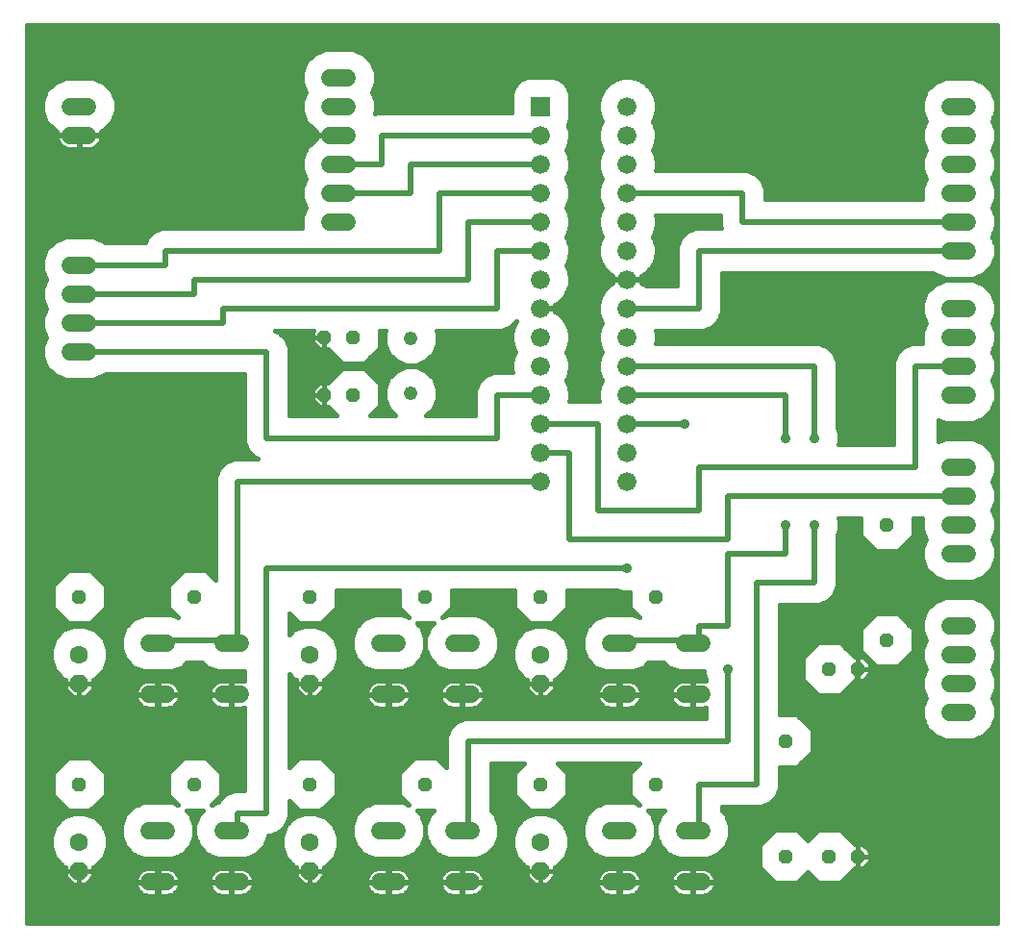
<source format=gbl>
G75*
%MOIN*%
%OFA0B0*%
%FSLAX25Y25*%
%IPPOS*%
%LPD*%
%AMOC8*
5,1,8,0,0,1.08239X$1,22.5*
%
%ADD10OC8,0.06300*%
%ADD11C,0.06300*%
%ADD12OC8,0.04800*%
%ADD13C,0.06000*%
%ADD14C,0.04800*%
%ADD15R,0.06600X0.06600*%
%ADD16C,0.06600*%
%ADD17C,0.02000*%
%ADD18C,0.03562*%
%ADD19C,0.01600*%
D10*
X0027000Y0027884D03*
X0027000Y0092884D03*
X0107000Y0092884D03*
X0107000Y0027884D03*
X0187000Y0027884D03*
X0187000Y0092884D03*
D11*
X0187000Y0102884D03*
X0187000Y0037884D03*
X0107000Y0037884D03*
X0107000Y0102884D03*
X0027000Y0102884D03*
X0027000Y0037884D03*
D12*
X0027000Y0057884D03*
X0067000Y0057884D03*
X0107000Y0057884D03*
X0147000Y0057884D03*
X0187000Y0057884D03*
X0227000Y0057884D03*
X0272000Y0072884D03*
X0287000Y0097884D03*
X0297000Y0097884D03*
X0307000Y0107884D03*
X0307000Y0147884D03*
X0227000Y0122884D03*
X0187000Y0122884D03*
X0147000Y0122884D03*
X0107000Y0122884D03*
X0067000Y0122884D03*
X0027000Y0122884D03*
X0112000Y0192884D03*
X0122000Y0192884D03*
X0122000Y0212884D03*
X0112000Y0212884D03*
X0272000Y0032884D03*
X0287000Y0032884D03*
X0297000Y0032884D03*
D13*
X0242800Y0023984D02*
X0236800Y0023984D01*
X0236800Y0041784D02*
X0242800Y0041784D01*
X0217200Y0041784D02*
X0211200Y0041784D01*
X0211200Y0023984D02*
X0217200Y0023984D01*
X0162800Y0023984D02*
X0156800Y0023984D01*
X0156800Y0041784D02*
X0162800Y0041784D01*
X0137200Y0041784D02*
X0131200Y0041784D01*
X0131200Y0023984D02*
X0137200Y0023984D01*
X0082800Y0023984D02*
X0076800Y0023984D01*
X0076800Y0041784D02*
X0082800Y0041784D01*
X0057200Y0041784D02*
X0051200Y0041784D01*
X0051200Y0023984D02*
X0057200Y0023984D01*
X0057200Y0088984D02*
X0051200Y0088984D01*
X0051200Y0106784D02*
X0057200Y0106784D01*
X0076800Y0106784D02*
X0082800Y0106784D01*
X0082800Y0088984D02*
X0076800Y0088984D01*
X0131200Y0088984D02*
X0137200Y0088984D01*
X0137200Y0106784D02*
X0131200Y0106784D01*
X0156800Y0106784D02*
X0162800Y0106784D01*
X0162800Y0088984D02*
X0156800Y0088984D01*
X0211200Y0088984D02*
X0217200Y0088984D01*
X0236800Y0088984D02*
X0242800Y0088984D01*
X0242800Y0106784D02*
X0236800Y0106784D01*
X0217200Y0106784D02*
X0211200Y0106784D01*
X0329000Y0102884D02*
X0335000Y0102884D01*
X0335000Y0092884D02*
X0329000Y0092884D01*
X0329000Y0082884D02*
X0335000Y0082884D01*
X0335000Y0112884D02*
X0329000Y0112884D01*
X0329000Y0137884D02*
X0335000Y0137884D01*
X0335000Y0147884D02*
X0329000Y0147884D01*
X0329000Y0157884D02*
X0335000Y0157884D01*
X0335000Y0167884D02*
X0329000Y0167884D01*
X0329000Y0192884D02*
X0335000Y0192884D01*
X0335000Y0202884D02*
X0329000Y0202884D01*
X0329000Y0212884D02*
X0335000Y0212884D01*
X0335000Y0222884D02*
X0329000Y0222884D01*
X0329000Y0242884D02*
X0335000Y0242884D01*
X0335000Y0252884D02*
X0329000Y0252884D01*
X0329000Y0262884D02*
X0335000Y0262884D01*
X0335000Y0272884D02*
X0329000Y0272884D01*
X0329000Y0282884D02*
X0335000Y0282884D01*
X0335000Y0292884D02*
X0329000Y0292884D01*
X0120000Y0292884D02*
X0114000Y0292884D01*
X0114000Y0282884D02*
X0120000Y0282884D01*
X0120000Y0272884D02*
X0114000Y0272884D01*
X0114000Y0262884D02*
X0120000Y0262884D01*
X0120000Y0252884D02*
X0114000Y0252884D01*
X0114000Y0302884D02*
X0120000Y0302884D01*
X0030000Y0292884D02*
X0024000Y0292884D01*
X0024000Y0282884D02*
X0030000Y0282884D01*
X0030000Y0237884D02*
X0024000Y0237884D01*
X0024000Y0227884D02*
X0030000Y0227884D01*
X0030000Y0217884D02*
X0024000Y0217884D01*
X0024000Y0207884D02*
X0030000Y0207884D01*
D14*
X0142000Y0212384D03*
X0142000Y0193384D03*
D15*
X0187000Y0292884D03*
D16*
X0187000Y0282884D03*
X0187000Y0272884D03*
X0187000Y0262884D03*
X0187000Y0252884D03*
X0187000Y0242884D03*
X0187000Y0232884D03*
X0187000Y0222884D03*
X0187000Y0212884D03*
X0187000Y0202884D03*
X0187000Y0192884D03*
X0187000Y0182884D03*
X0187000Y0172884D03*
X0187000Y0162884D03*
X0217000Y0162884D03*
X0217000Y0172884D03*
X0217000Y0182884D03*
X0217000Y0192884D03*
X0217000Y0202884D03*
X0217000Y0212884D03*
X0217000Y0222884D03*
X0217000Y0232884D03*
X0217000Y0242884D03*
X0217000Y0252884D03*
X0217000Y0262884D03*
X0217000Y0272884D03*
X0217000Y0282884D03*
X0217000Y0292884D03*
D17*
X0217000Y0262884D02*
X0257000Y0262884D01*
X0257000Y0252884D01*
X0332000Y0252884D01*
X0332000Y0242884D02*
X0242000Y0242884D01*
X0242000Y0222884D01*
X0217000Y0222884D01*
X0207000Y0222884D02*
X0207000Y0232884D01*
X0217000Y0232884D01*
X0207000Y0222884D02*
X0187000Y0222884D01*
X0172000Y0222884D02*
X0077000Y0222884D01*
X0077000Y0217884D01*
X0027000Y0217884D01*
X0027000Y0207884D02*
X0092000Y0207884D01*
X0092000Y0177884D01*
X0172000Y0177884D01*
X0172000Y0192884D01*
X0187000Y0192884D01*
X0187000Y0182884D02*
X0207000Y0182884D01*
X0207000Y0152884D01*
X0242000Y0152884D01*
X0242000Y0167884D01*
X0317000Y0167884D01*
X0317000Y0202884D01*
X0332000Y0202884D01*
X0332000Y0157884D02*
X0252000Y0157884D01*
X0252000Y0142884D01*
X0197000Y0142884D01*
X0197000Y0172884D01*
X0187000Y0172884D01*
X0187000Y0162884D02*
X0082000Y0162884D01*
X0082000Y0107884D01*
X0052000Y0107884D01*
X0092000Y0132884D02*
X0092000Y0047884D01*
X0082000Y0047884D01*
X0082000Y0042884D01*
X0162000Y0042884D02*
X0162000Y0072884D01*
X0252000Y0072884D01*
X0252000Y0097884D01*
X0242000Y0107884D02*
X0212000Y0107884D01*
X0217000Y0132884D02*
X0092000Y0132884D01*
X0172000Y0222884D02*
X0172000Y0242884D01*
X0187000Y0242884D01*
X0187000Y0252884D02*
X0162000Y0252884D01*
X0162000Y0232884D01*
X0067000Y0232884D01*
X0067000Y0227884D01*
X0027000Y0227884D01*
X0027000Y0237884D02*
X0057000Y0237884D01*
X0057000Y0242884D01*
X0152000Y0242884D01*
X0152000Y0262884D01*
X0187000Y0262884D01*
X0187000Y0272884D02*
X0142000Y0272884D01*
X0142000Y0262884D01*
X0117000Y0262884D01*
X0117000Y0272884D02*
X0132000Y0272884D01*
X0132000Y0282884D01*
X0187000Y0282884D01*
X0217000Y0202884D02*
X0282000Y0202884D01*
X0282000Y0177884D01*
X0272000Y0177884D02*
X0272000Y0192884D01*
X0217000Y0192884D01*
X0217000Y0182884D02*
X0237000Y0182884D01*
X0272000Y0147884D02*
X0272000Y0137884D01*
X0252000Y0137884D01*
X0252000Y0112884D01*
X0242000Y0112884D01*
X0242000Y0107884D01*
X0262000Y0127884D02*
X0262000Y0057884D01*
X0242000Y0057884D01*
X0242000Y0042884D01*
X0237000Y0042884D01*
X0297000Y0087884D02*
X0297000Y0097884D01*
X0282000Y0127884D02*
X0262000Y0127884D01*
X0282000Y0127884D02*
X0282000Y0147884D01*
D18*
X0282000Y0147884D03*
X0272000Y0147884D03*
X0272000Y0177884D03*
X0282000Y0177884D03*
X0237000Y0182884D03*
X0217000Y0132884D03*
X0252000Y0097884D03*
D19*
X0008800Y0009684D02*
X0008800Y0321084D01*
X0345200Y0321084D01*
X0345200Y0009684D01*
X0008800Y0009684D01*
X0008800Y0010877D02*
X0345200Y0010877D01*
X0345200Y0012475D02*
X0008800Y0012475D01*
X0008800Y0014074D02*
X0345200Y0014074D01*
X0345200Y0015672D02*
X0008800Y0015672D01*
X0008800Y0017271D02*
X0345200Y0017271D01*
X0345200Y0018869D02*
X0008800Y0018869D01*
X0008800Y0020468D02*
X0047928Y0020468D01*
X0048073Y0020323D02*
X0048684Y0019879D01*
X0049357Y0019536D01*
X0050076Y0019303D01*
X0050822Y0019184D01*
X0054000Y0019184D01*
X0054000Y0023784D01*
X0054400Y0023784D01*
X0054400Y0019184D01*
X0057578Y0019184D01*
X0058324Y0019303D01*
X0059043Y0019536D01*
X0059716Y0019879D01*
X0060327Y0020323D01*
X0060861Y0020857D01*
X0061305Y0021469D01*
X0061648Y0022142D01*
X0061882Y0022860D01*
X0062000Y0023607D01*
X0062000Y0023784D01*
X0054400Y0023784D01*
X0054400Y0024184D01*
X0062000Y0024184D01*
X0062000Y0024362D01*
X0061882Y0025108D01*
X0061648Y0025827D01*
X0061305Y0026500D01*
X0060861Y0027111D01*
X0060327Y0027646D01*
X0059716Y0028090D01*
X0059043Y0028433D01*
X0058324Y0028666D01*
X0057578Y0028784D01*
X0054400Y0028784D01*
X0054400Y0024184D01*
X0054000Y0024184D01*
X0054000Y0023784D01*
X0046400Y0023784D01*
X0046400Y0023607D01*
X0046518Y0022860D01*
X0046752Y0022142D01*
X0047095Y0021469D01*
X0047539Y0020857D01*
X0048073Y0020323D01*
X0046790Y0022066D02*
X0008800Y0022066D01*
X0008800Y0023665D02*
X0024219Y0023665D01*
X0024950Y0022934D02*
X0022050Y0025834D01*
X0022050Y0027884D01*
X0027000Y0027884D01*
X0027000Y0022934D01*
X0029050Y0022934D01*
X0031950Y0025834D01*
X0031950Y0027884D01*
X0027000Y0027884D01*
X0027000Y0027884D01*
X0027000Y0022934D01*
X0024950Y0022934D01*
X0027000Y0023665D02*
X0027000Y0023665D01*
X0027000Y0025264D02*
X0027000Y0025264D01*
X0027000Y0026862D02*
X0027000Y0026862D01*
X0027000Y0027884D02*
X0027000Y0027884D01*
X0027000Y0027884D01*
X0022050Y0027884D01*
X0022050Y0029165D01*
X0021364Y0029449D01*
X0018565Y0032248D01*
X0017050Y0035905D01*
X0017050Y0039864D01*
X0018565Y0043521D01*
X0021364Y0046320D01*
X0025021Y0047834D01*
X0028979Y0047834D01*
X0032636Y0046320D01*
X0035435Y0043521D01*
X0036950Y0039864D01*
X0036950Y0035905D01*
X0035435Y0032248D01*
X0032636Y0029449D01*
X0031950Y0029165D01*
X0031950Y0027884D01*
X0027000Y0027884D01*
X0022050Y0028461D02*
X0008800Y0028461D01*
X0008800Y0030059D02*
X0020754Y0030059D01*
X0019155Y0031658D02*
X0008800Y0031658D01*
X0008800Y0033256D02*
X0018147Y0033256D01*
X0017485Y0034855D02*
X0008800Y0034855D01*
X0008800Y0036453D02*
X0017050Y0036453D01*
X0017050Y0038052D02*
X0008800Y0038052D01*
X0008800Y0039650D02*
X0017050Y0039650D01*
X0017624Y0041249D02*
X0008800Y0041249D01*
X0008800Y0042847D02*
X0018286Y0042847D01*
X0019490Y0044446D02*
X0008800Y0044446D01*
X0008800Y0046044D02*
X0021088Y0046044D01*
X0023189Y0048684D02*
X0030811Y0048684D01*
X0036200Y0054074D01*
X0036200Y0061695D01*
X0030811Y0067084D01*
X0023189Y0067084D01*
X0017800Y0061695D01*
X0017800Y0054074D01*
X0023189Y0048684D01*
X0022632Y0049241D02*
X0008800Y0049241D01*
X0008800Y0047643D02*
X0024558Y0047643D01*
X0021034Y0050840D02*
X0008800Y0050840D01*
X0008800Y0052438D02*
X0019435Y0052438D01*
X0017837Y0054037D02*
X0008800Y0054037D01*
X0008800Y0055635D02*
X0017800Y0055635D01*
X0017800Y0057234D02*
X0008800Y0057234D01*
X0008800Y0058832D02*
X0017800Y0058832D01*
X0017800Y0060431D02*
X0008800Y0060431D01*
X0008800Y0062029D02*
X0018134Y0062029D01*
X0019733Y0063628D02*
X0008800Y0063628D01*
X0008800Y0065226D02*
X0021331Y0065226D01*
X0022930Y0066825D02*
X0008800Y0066825D01*
X0008800Y0068423D02*
X0084200Y0068423D01*
X0084200Y0066825D02*
X0071070Y0066825D01*
X0070811Y0067084D02*
X0063189Y0067084D01*
X0057800Y0061695D01*
X0057800Y0054074D01*
X0061095Y0050778D01*
X0059149Y0051584D01*
X0049251Y0051584D01*
X0045649Y0050092D01*
X0042892Y0047336D01*
X0041400Y0043734D01*
X0041400Y0039835D01*
X0042892Y0036233D01*
X0045649Y0033476D01*
X0049251Y0031984D01*
X0059149Y0031984D01*
X0062751Y0033476D01*
X0065508Y0036233D01*
X0067000Y0039835D01*
X0068492Y0036233D01*
X0071249Y0033476D01*
X0074851Y0031984D01*
X0084749Y0031984D01*
X0088351Y0033476D01*
X0091108Y0036233D01*
X0092600Y0039835D01*
X0092600Y0040084D01*
X0093552Y0040084D01*
X0096418Y0041272D01*
X0098492Y0043346D01*
X0097050Y0039864D01*
X0097050Y0035905D01*
X0098565Y0032248D01*
X0101364Y0029449D01*
X0102050Y0029165D01*
X0102050Y0027884D01*
X0102050Y0025834D01*
X0104950Y0022934D01*
X0107000Y0022934D01*
X0109050Y0022934D01*
X0111950Y0025834D01*
X0111950Y0027884D01*
X0107000Y0027884D01*
X0107000Y0022934D01*
X0107000Y0027884D01*
X0107000Y0027884D01*
X0107000Y0027884D01*
X0102050Y0027884D01*
X0107000Y0027884D01*
X0107000Y0027884D01*
X0111950Y0027884D01*
X0111950Y0029165D01*
X0112636Y0029449D01*
X0115435Y0032248D01*
X0116950Y0035905D01*
X0116950Y0039864D01*
X0115435Y0043521D01*
X0112636Y0046320D01*
X0108979Y0047834D01*
X0105021Y0047834D01*
X0101364Y0046320D01*
X0098685Y0043641D01*
X0099800Y0046333D01*
X0099800Y0052074D01*
X0103189Y0048684D01*
X0110811Y0048684D01*
X0116200Y0054074D01*
X0116200Y0061695D01*
X0110811Y0067084D01*
X0103189Y0067084D01*
X0099800Y0063695D01*
X0099800Y0096013D01*
X0101364Y0094449D01*
X0102050Y0094165D01*
X0102050Y0092884D01*
X0102050Y0090834D01*
X0104950Y0087934D01*
X0107000Y0087934D01*
X0109050Y0087934D01*
X0111950Y0090834D01*
X0111950Y0092884D01*
X0107000Y0092884D01*
X0107000Y0087934D01*
X0107000Y0092884D01*
X0107000Y0092884D01*
X0107000Y0092884D01*
X0102050Y0092884D01*
X0107000Y0092884D01*
X0107000Y0092884D01*
X0111950Y0092884D01*
X0111950Y0094165D01*
X0112636Y0094449D01*
X0115435Y0097248D01*
X0116950Y0100905D01*
X0116950Y0104864D01*
X0115435Y0108521D01*
X0112636Y0111320D01*
X0108979Y0112834D01*
X0105021Y0112834D01*
X0101364Y0111320D01*
X0099800Y0109756D01*
X0099800Y0117074D01*
X0103189Y0113684D01*
X0110811Y0113684D01*
X0116200Y0119074D01*
X0116200Y0125084D01*
X0137800Y0125084D01*
X0137800Y0119074D01*
X0141095Y0115778D01*
X0139149Y0116584D01*
X0129251Y0116584D01*
X0125649Y0115092D01*
X0122892Y0112336D01*
X0121400Y0108734D01*
X0121400Y0104835D01*
X0122892Y0101233D01*
X0125649Y0098476D01*
X0129251Y0096984D01*
X0139149Y0096984D01*
X0142751Y0098476D01*
X0145508Y0101233D01*
X0147000Y0104835D01*
X0148492Y0101233D01*
X0151249Y0098476D01*
X0154851Y0096984D01*
X0164749Y0096984D01*
X0168351Y0098476D01*
X0171108Y0101233D01*
X0172600Y0104835D01*
X0172600Y0108734D01*
X0171108Y0112336D01*
X0168351Y0115092D01*
X0164749Y0116584D01*
X0154851Y0116584D01*
X0152905Y0115778D01*
X0156200Y0119074D01*
X0156200Y0125084D01*
X0177800Y0125084D01*
X0177800Y0119074D01*
X0183189Y0113684D01*
X0190811Y0113684D01*
X0196200Y0119074D01*
X0196200Y0125084D01*
X0213407Y0125084D01*
X0215293Y0124303D01*
X0217800Y0124303D01*
X0217800Y0119074D01*
X0221095Y0115778D01*
X0219149Y0116584D01*
X0209251Y0116584D01*
X0205649Y0115092D01*
X0202892Y0112336D01*
X0201400Y0108734D01*
X0201400Y0104835D01*
X0202892Y0101233D01*
X0205649Y0098476D01*
X0209251Y0096984D01*
X0219149Y0096984D01*
X0222751Y0098476D01*
X0224359Y0100084D01*
X0229641Y0100084D01*
X0231249Y0098476D01*
X0234851Y0096984D01*
X0243419Y0096984D01*
X0243419Y0096177D01*
X0244200Y0094292D01*
X0244200Y0093576D01*
X0243924Y0093666D01*
X0243178Y0093784D01*
X0240000Y0093784D01*
X0240000Y0089184D01*
X0239600Y0089184D01*
X0239600Y0088784D01*
X0240000Y0088784D01*
X0240000Y0084184D01*
X0243178Y0084184D01*
X0243924Y0084303D01*
X0244200Y0084392D01*
X0244200Y0080684D01*
X0160448Y0080684D01*
X0157582Y0079497D01*
X0155387Y0077303D01*
X0154200Y0074436D01*
X0154200Y0063695D01*
X0150811Y0067084D01*
X0143189Y0067084D01*
X0137800Y0061695D01*
X0137800Y0054074D01*
X0141095Y0050778D01*
X0139149Y0051584D01*
X0129251Y0051584D01*
X0125649Y0050092D01*
X0122892Y0047336D01*
X0121400Y0043734D01*
X0121400Y0039835D01*
X0122892Y0036233D01*
X0125649Y0033476D01*
X0129251Y0031984D01*
X0139149Y0031984D01*
X0142751Y0033476D01*
X0145508Y0036233D01*
X0147000Y0039835D01*
X0148492Y0036233D01*
X0151249Y0033476D01*
X0154851Y0031984D01*
X0164749Y0031984D01*
X0168351Y0033476D01*
X0171108Y0036233D01*
X0172600Y0039835D01*
X0172600Y0043734D01*
X0171108Y0047336D01*
X0169800Y0048644D01*
X0169800Y0065084D01*
X0181189Y0065084D01*
X0177800Y0061695D01*
X0177800Y0054074D01*
X0183189Y0048684D01*
X0190811Y0048684D01*
X0196200Y0054074D01*
X0196200Y0061695D01*
X0192811Y0065084D01*
X0221189Y0065084D01*
X0217800Y0061695D01*
X0217800Y0054074D01*
X0221095Y0050778D01*
X0219149Y0051584D01*
X0209251Y0051584D01*
X0205649Y0050092D01*
X0202892Y0047336D01*
X0201400Y0043734D01*
X0201400Y0039835D01*
X0202892Y0036233D01*
X0205649Y0033476D01*
X0209251Y0031984D01*
X0219149Y0031984D01*
X0222751Y0033476D01*
X0225508Y0036233D01*
X0227000Y0039835D01*
X0228492Y0036233D01*
X0231249Y0033476D01*
X0234851Y0031984D01*
X0244749Y0031984D01*
X0248351Y0033476D01*
X0251108Y0036233D01*
X0252600Y0039835D01*
X0252600Y0043734D01*
X0251108Y0047336D01*
X0249800Y0048644D01*
X0249800Y0050084D01*
X0263552Y0050084D01*
X0266418Y0051272D01*
X0268613Y0053466D01*
X0269800Y0056333D01*
X0269800Y0063684D01*
X0275811Y0063684D01*
X0281200Y0069074D01*
X0281200Y0076695D01*
X0275811Y0082084D01*
X0269800Y0082084D01*
X0269800Y0120084D01*
X0283552Y0120084D01*
X0286418Y0121272D01*
X0288613Y0123466D01*
X0289800Y0126333D01*
X0289800Y0144292D01*
X0290581Y0146177D01*
X0290581Y0149591D01*
X0290377Y0150084D01*
X0297800Y0150084D01*
X0297800Y0144074D01*
X0303189Y0138684D01*
X0310811Y0138684D01*
X0316200Y0144074D01*
X0316200Y0150084D01*
X0319304Y0150084D01*
X0319200Y0149834D01*
X0319200Y0145935D01*
X0320464Y0142884D01*
X0319200Y0139834D01*
X0319200Y0135935D01*
X0320692Y0132333D01*
X0323449Y0129576D01*
X0327051Y0128084D01*
X0336949Y0128084D01*
X0340551Y0129576D01*
X0343308Y0132333D01*
X0344800Y0135935D01*
X0344800Y0139834D01*
X0343536Y0142884D01*
X0344800Y0145935D01*
X0344800Y0149834D01*
X0343536Y0152884D01*
X0344800Y0155935D01*
X0344800Y0159834D01*
X0343536Y0162884D01*
X0344800Y0165935D01*
X0344800Y0169834D01*
X0343308Y0173436D01*
X0340551Y0176192D01*
X0336949Y0177684D01*
X0327051Y0177684D01*
X0324800Y0176752D01*
X0324800Y0184017D01*
X0327051Y0183084D01*
X0336949Y0183084D01*
X0340551Y0184576D01*
X0343308Y0187333D01*
X0344800Y0190935D01*
X0344800Y0194834D01*
X0343536Y0197884D01*
X0344800Y0200935D01*
X0344800Y0204834D01*
X0343536Y0207884D01*
X0344800Y0210935D01*
X0344800Y0214834D01*
X0343536Y0217884D01*
X0344800Y0220935D01*
X0344800Y0224834D01*
X0343308Y0228436D01*
X0340551Y0231192D01*
X0336949Y0232684D01*
X0327051Y0232684D01*
X0323449Y0231192D01*
X0320692Y0228436D01*
X0319200Y0224834D01*
X0319200Y0220935D01*
X0320464Y0217884D01*
X0319200Y0214834D01*
X0319200Y0210935D01*
X0319304Y0210684D01*
X0315448Y0210684D01*
X0312582Y0209497D01*
X0310387Y0207303D01*
X0309200Y0204436D01*
X0309200Y0175684D01*
X0290377Y0175684D01*
X0290581Y0176177D01*
X0290581Y0179591D01*
X0289800Y0181477D01*
X0289800Y0204436D01*
X0288613Y0207303D01*
X0286418Y0209497D01*
X0283552Y0210684D01*
X0226867Y0210684D01*
X0227100Y0211555D01*
X0227100Y0214214D01*
X0226867Y0215084D01*
X0243552Y0215084D01*
X0246418Y0216272D01*
X0248613Y0218466D01*
X0249800Y0221333D01*
X0249800Y0235084D01*
X0322941Y0235084D01*
X0323449Y0234576D01*
X0327051Y0233084D01*
X0336949Y0233084D01*
X0340551Y0234576D01*
X0343308Y0237333D01*
X0344800Y0240935D01*
X0344800Y0244834D01*
X0343536Y0247884D01*
X0344800Y0250935D01*
X0344800Y0254834D01*
X0343536Y0257884D01*
X0344800Y0260935D01*
X0344800Y0264834D01*
X0343536Y0267884D01*
X0344800Y0270935D01*
X0344800Y0274834D01*
X0343536Y0277884D01*
X0344800Y0280935D01*
X0344800Y0284834D01*
X0343536Y0287884D01*
X0344800Y0290935D01*
X0344800Y0294834D01*
X0343308Y0298436D01*
X0340551Y0301192D01*
X0336949Y0302684D01*
X0327051Y0302684D01*
X0323449Y0301192D01*
X0320692Y0298436D01*
X0319200Y0294834D01*
X0319200Y0290935D01*
X0320464Y0287884D01*
X0319200Y0284834D01*
X0319200Y0280935D01*
X0320464Y0277884D01*
X0319200Y0274834D01*
X0319200Y0270935D01*
X0320464Y0267884D01*
X0319200Y0264834D01*
X0319200Y0260935D01*
X0319304Y0260684D01*
X0264800Y0260684D01*
X0264800Y0264436D01*
X0263613Y0267303D01*
X0261418Y0269497D01*
X0258552Y0270684D01*
X0226867Y0270684D01*
X0227100Y0271555D01*
X0227100Y0274214D01*
X0226412Y0276783D01*
X0225776Y0277884D01*
X0226412Y0278986D01*
X0227100Y0281555D01*
X0227100Y0284214D01*
X0226412Y0286783D01*
X0225776Y0287884D01*
X0226412Y0288986D01*
X0227100Y0291555D01*
X0227100Y0294214D01*
X0226412Y0296783D01*
X0225082Y0299086D01*
X0223202Y0300966D01*
X0220898Y0302296D01*
X0218330Y0302984D01*
X0215670Y0302984D01*
X0213102Y0302296D01*
X0210798Y0300966D01*
X0208918Y0299086D01*
X0207588Y0296783D01*
X0206900Y0294214D01*
X0206900Y0291555D01*
X0207588Y0288986D01*
X0208224Y0287884D01*
X0207588Y0286783D01*
X0206900Y0284214D01*
X0206900Y0281555D01*
X0207588Y0278986D01*
X0208224Y0277884D01*
X0207588Y0276783D01*
X0206900Y0274214D01*
X0206900Y0271555D01*
X0207588Y0268986D01*
X0208224Y0267884D01*
X0207588Y0266783D01*
X0206900Y0264214D01*
X0206900Y0261555D01*
X0207588Y0258986D01*
X0208224Y0257884D01*
X0207588Y0256783D01*
X0206900Y0254214D01*
X0206900Y0251555D01*
X0207588Y0248986D01*
X0208224Y0247884D01*
X0207588Y0246783D01*
X0206900Y0244214D01*
X0206900Y0241555D01*
X0207588Y0238986D01*
X0208918Y0236683D01*
X0210798Y0234802D01*
X0212030Y0234091D01*
X0212026Y0234079D01*
X0211900Y0233286D01*
X0211900Y0233184D01*
X0214177Y0233184D01*
X0215297Y0232884D01*
X0214177Y0232584D01*
X0211900Y0232584D01*
X0211900Y0232483D01*
X0212026Y0231690D01*
X0212030Y0231677D01*
X0210798Y0230966D01*
X0208918Y0229086D01*
X0207588Y0226783D01*
X0206900Y0224214D01*
X0206900Y0221555D01*
X0207588Y0218986D01*
X0208224Y0217884D01*
X0207588Y0216783D01*
X0206900Y0214214D01*
X0206900Y0211555D01*
X0207588Y0208986D01*
X0208224Y0207884D01*
X0207588Y0206783D01*
X0206900Y0204214D01*
X0206900Y0201555D01*
X0207588Y0198986D01*
X0208224Y0197884D01*
X0207588Y0196783D01*
X0206900Y0194214D01*
X0206900Y0191555D01*
X0207133Y0190684D01*
X0196867Y0190684D01*
X0197100Y0191555D01*
X0197100Y0194214D01*
X0196412Y0196783D01*
X0195776Y0197884D01*
X0196412Y0198986D01*
X0197100Y0201555D01*
X0197100Y0204214D01*
X0196412Y0206783D01*
X0195776Y0207884D01*
X0196412Y0208986D01*
X0197100Y0211555D01*
X0197100Y0214214D01*
X0196412Y0216783D01*
X0195082Y0219086D01*
X0193202Y0220966D01*
X0191970Y0221677D01*
X0191974Y0221690D01*
X0192100Y0222483D01*
X0192100Y0222584D01*
X0189823Y0222584D01*
X0188703Y0222884D01*
X0189823Y0223184D01*
X0192100Y0223184D01*
X0192100Y0223286D01*
X0191974Y0224079D01*
X0191970Y0224091D01*
X0193202Y0224802D01*
X0195082Y0226683D01*
X0196412Y0228986D01*
X0197100Y0231555D01*
X0197100Y0234214D01*
X0196412Y0236783D01*
X0195776Y0237884D01*
X0196412Y0238986D01*
X0197100Y0241555D01*
X0197100Y0244214D01*
X0196412Y0246783D01*
X0195776Y0247884D01*
X0196412Y0248986D01*
X0197100Y0251555D01*
X0197100Y0254214D01*
X0196412Y0256783D01*
X0195776Y0257884D01*
X0196412Y0258986D01*
X0197100Y0261555D01*
X0197100Y0264214D01*
X0196412Y0266783D01*
X0195776Y0267884D01*
X0196412Y0268986D01*
X0197100Y0271555D01*
X0197100Y0274214D01*
X0196412Y0276783D01*
X0195776Y0277884D01*
X0196412Y0278986D01*
X0197100Y0281555D01*
X0197100Y0284214D01*
X0196446Y0286654D01*
X0197100Y0288232D01*
X0197100Y0297537D01*
X0196065Y0300036D01*
X0194152Y0301949D01*
X0191653Y0302984D01*
X0182347Y0302984D01*
X0179848Y0301949D01*
X0177935Y0300036D01*
X0176900Y0297537D01*
X0176900Y0290684D01*
X0130448Y0290684D01*
X0129540Y0290308D01*
X0129800Y0290935D01*
X0129800Y0294834D01*
X0128536Y0297884D01*
X0129800Y0300935D01*
X0129800Y0304834D01*
X0128308Y0308436D01*
X0125551Y0311192D01*
X0121949Y0312684D01*
X0112051Y0312684D01*
X0108449Y0311192D01*
X0105692Y0308436D01*
X0104200Y0304834D01*
X0104200Y0300935D01*
X0105464Y0297884D01*
X0104200Y0294834D01*
X0104200Y0290935D01*
X0105692Y0287333D01*
X0108449Y0284576D01*
X0109378Y0284192D01*
X0109318Y0284008D01*
X0109200Y0283262D01*
X0109200Y0283084D01*
X0116800Y0283084D01*
X0116800Y0282684D01*
X0112051Y0282684D01*
X0112051Y0282684D01*
X0109200Y0282684D01*
X0109200Y0282507D01*
X0109318Y0281760D01*
X0109378Y0281577D01*
X0108449Y0281192D01*
X0105692Y0278436D01*
X0104200Y0274834D01*
X0104200Y0270935D01*
X0105464Y0267884D01*
X0104200Y0264834D01*
X0104200Y0260935D01*
X0105464Y0257884D01*
X0104200Y0254834D01*
X0104200Y0250935D01*
X0104304Y0250684D01*
X0055448Y0250684D01*
X0052582Y0249497D01*
X0050387Y0247303D01*
X0049717Y0245684D01*
X0036059Y0245684D01*
X0035551Y0246192D01*
X0031949Y0247684D01*
X0022051Y0247684D01*
X0018449Y0246192D01*
X0015692Y0243436D01*
X0014200Y0239834D01*
X0014200Y0235935D01*
X0015464Y0232884D01*
X0014200Y0229834D01*
X0014200Y0225935D01*
X0015464Y0222884D01*
X0014200Y0219834D01*
X0014200Y0215935D01*
X0015464Y0212884D01*
X0014200Y0209834D01*
X0014200Y0205935D01*
X0015692Y0202333D01*
X0018449Y0199576D01*
X0022051Y0198084D01*
X0031949Y0198084D01*
X0035551Y0199576D01*
X0036059Y0200084D01*
X0084200Y0200084D01*
X0084200Y0176333D01*
X0085387Y0173466D01*
X0087582Y0171272D01*
X0089000Y0170684D01*
X0080448Y0170684D01*
X0077582Y0169497D01*
X0075387Y0167303D01*
X0074200Y0164436D01*
X0074200Y0128695D01*
X0070811Y0132084D01*
X0063189Y0132084D01*
X0057800Y0126695D01*
X0057800Y0119074D01*
X0061095Y0115778D01*
X0059149Y0116584D01*
X0049251Y0116584D01*
X0045649Y0115092D01*
X0042892Y0112336D01*
X0041400Y0108734D01*
X0041400Y0104835D01*
X0042892Y0101233D01*
X0045649Y0098476D01*
X0049251Y0096984D01*
X0059149Y0096984D01*
X0062751Y0098476D01*
X0064359Y0100084D01*
X0069641Y0100084D01*
X0071249Y0098476D01*
X0074851Y0096984D01*
X0084200Y0096984D01*
X0084200Y0093576D01*
X0083924Y0093666D01*
X0083178Y0093784D01*
X0080000Y0093784D01*
X0080000Y0089184D01*
X0079600Y0089184D01*
X0079600Y0088784D01*
X0080000Y0088784D01*
X0080000Y0084184D01*
X0083178Y0084184D01*
X0083924Y0084303D01*
X0084200Y0084392D01*
X0084200Y0055684D01*
X0080448Y0055684D01*
X0077582Y0054497D01*
X0075387Y0052303D01*
X0075090Y0051584D01*
X0074851Y0051584D01*
X0072905Y0050778D01*
X0076200Y0054074D01*
X0076200Y0061695D01*
X0070811Y0067084D01*
X0072669Y0065226D02*
X0084200Y0065226D01*
X0084200Y0063628D02*
X0074267Y0063628D01*
X0075866Y0062029D02*
X0084200Y0062029D01*
X0084200Y0060431D02*
X0076200Y0060431D01*
X0076200Y0058832D02*
X0084200Y0058832D01*
X0084200Y0057234D02*
X0076200Y0057234D01*
X0076200Y0055635D02*
X0080330Y0055635D01*
X0077121Y0054037D02*
X0076163Y0054037D01*
X0075523Y0052438D02*
X0074565Y0052438D01*
X0073053Y0050840D02*
X0072966Y0050840D01*
X0069841Y0048684D02*
X0068492Y0047336D01*
X0067000Y0043734D01*
X0067000Y0039835D01*
X0067000Y0043734D01*
X0065508Y0047336D01*
X0064159Y0048684D01*
X0069841Y0048684D01*
X0068799Y0047643D02*
X0065201Y0047643D01*
X0066043Y0046044D02*
X0067957Y0046044D01*
X0067295Y0044446D02*
X0066705Y0044446D01*
X0067000Y0042847D02*
X0067000Y0042847D01*
X0067000Y0041249D02*
X0067000Y0041249D01*
X0066923Y0039650D02*
X0067077Y0039650D01*
X0067739Y0038052D02*
X0066261Y0038052D01*
X0065599Y0036453D02*
X0068401Y0036453D01*
X0069870Y0034855D02*
X0064130Y0034855D01*
X0062220Y0033256D02*
X0071780Y0033256D01*
X0074284Y0028090D02*
X0073673Y0027646D01*
X0073139Y0027111D01*
X0072695Y0026500D01*
X0072352Y0025827D01*
X0072118Y0025108D01*
X0072000Y0024362D01*
X0072000Y0024184D01*
X0079600Y0024184D01*
X0079600Y0023784D01*
X0080000Y0023784D01*
X0080000Y0019184D01*
X0083178Y0019184D01*
X0083924Y0019303D01*
X0084643Y0019536D01*
X0085316Y0019879D01*
X0085927Y0020323D01*
X0086461Y0020857D01*
X0086905Y0021469D01*
X0087248Y0022142D01*
X0087482Y0022860D01*
X0087600Y0023607D01*
X0087600Y0023784D01*
X0080000Y0023784D01*
X0080000Y0024184D01*
X0087600Y0024184D01*
X0087600Y0024362D01*
X0087482Y0025108D01*
X0087248Y0025827D01*
X0086905Y0026500D01*
X0086461Y0027111D01*
X0085927Y0027646D01*
X0085316Y0028090D01*
X0084643Y0028433D01*
X0083924Y0028666D01*
X0083178Y0028784D01*
X0080000Y0028784D01*
X0080000Y0024184D01*
X0079600Y0024184D01*
X0079600Y0028784D01*
X0076422Y0028784D01*
X0075676Y0028666D01*
X0074957Y0028433D01*
X0074284Y0028090D01*
X0075043Y0028461D02*
X0058957Y0028461D01*
X0061042Y0026862D02*
X0072958Y0026862D01*
X0072169Y0025264D02*
X0061831Y0025264D01*
X0062000Y0023665D02*
X0072000Y0023665D01*
X0072000Y0023607D02*
X0072118Y0022860D01*
X0072352Y0022142D01*
X0072695Y0021469D01*
X0073139Y0020857D01*
X0073673Y0020323D01*
X0074284Y0019879D01*
X0074957Y0019536D01*
X0075676Y0019303D01*
X0076422Y0019184D01*
X0079600Y0019184D01*
X0079600Y0023784D01*
X0072000Y0023784D01*
X0072000Y0023607D01*
X0072390Y0022066D02*
X0061610Y0022066D01*
X0060472Y0020468D02*
X0073528Y0020468D01*
X0079600Y0020468D02*
X0080000Y0020468D01*
X0080000Y0022066D02*
X0079600Y0022066D01*
X0079600Y0023665D02*
X0080000Y0023665D01*
X0080000Y0025264D02*
X0079600Y0025264D01*
X0079600Y0026862D02*
X0080000Y0026862D01*
X0080000Y0028461D02*
X0079600Y0028461D01*
X0084557Y0028461D02*
X0102050Y0028461D01*
X0102050Y0026862D02*
X0086642Y0026862D01*
X0087431Y0025264D02*
X0102620Y0025264D01*
X0104219Y0023665D02*
X0087600Y0023665D01*
X0087210Y0022066D02*
X0126790Y0022066D01*
X0126752Y0022142D02*
X0127095Y0021469D01*
X0127539Y0020857D01*
X0128073Y0020323D01*
X0128684Y0019879D01*
X0129357Y0019536D01*
X0130076Y0019303D01*
X0130822Y0019184D01*
X0134000Y0019184D01*
X0134000Y0023784D01*
X0134400Y0023784D01*
X0134400Y0019184D01*
X0137578Y0019184D01*
X0138324Y0019303D01*
X0139043Y0019536D01*
X0139716Y0019879D01*
X0140327Y0020323D01*
X0140861Y0020857D01*
X0141305Y0021469D01*
X0141648Y0022142D01*
X0141882Y0022860D01*
X0142000Y0023607D01*
X0142000Y0023784D01*
X0134400Y0023784D01*
X0134400Y0024184D01*
X0142000Y0024184D01*
X0142000Y0024362D01*
X0141882Y0025108D01*
X0141648Y0025827D01*
X0141305Y0026500D01*
X0140861Y0027111D01*
X0140327Y0027646D01*
X0139716Y0028090D01*
X0139043Y0028433D01*
X0138324Y0028666D01*
X0137578Y0028784D01*
X0134400Y0028784D01*
X0134400Y0024184D01*
X0134000Y0024184D01*
X0134000Y0023784D01*
X0126400Y0023784D01*
X0126400Y0023607D01*
X0126518Y0022860D01*
X0126752Y0022142D01*
X0126400Y0023665D02*
X0109781Y0023665D01*
X0111380Y0025264D02*
X0126569Y0025264D01*
X0126518Y0025108D02*
X0126400Y0024362D01*
X0126400Y0024184D01*
X0134000Y0024184D01*
X0134000Y0028784D01*
X0130822Y0028784D01*
X0130076Y0028666D01*
X0129357Y0028433D01*
X0128684Y0028090D01*
X0128073Y0027646D01*
X0127539Y0027111D01*
X0127095Y0026500D01*
X0126752Y0025827D01*
X0126518Y0025108D01*
X0127358Y0026862D02*
X0111950Y0026862D01*
X0111950Y0028461D02*
X0129443Y0028461D01*
X0134000Y0028461D02*
X0134400Y0028461D01*
X0134400Y0026862D02*
X0134000Y0026862D01*
X0134000Y0025264D02*
X0134400Y0025264D01*
X0134400Y0023665D02*
X0134000Y0023665D01*
X0134000Y0022066D02*
X0134400Y0022066D01*
X0134400Y0020468D02*
X0134000Y0020468D01*
X0127928Y0020468D02*
X0086072Y0020468D01*
X0087820Y0033256D02*
X0098147Y0033256D01*
X0097485Y0034855D02*
X0089730Y0034855D01*
X0091199Y0036453D02*
X0097050Y0036453D01*
X0097050Y0038052D02*
X0091861Y0038052D01*
X0092523Y0039650D02*
X0097050Y0039650D01*
X0097624Y0041249D02*
X0096362Y0041249D01*
X0097994Y0042847D02*
X0098286Y0042847D01*
X0099018Y0044446D02*
X0099490Y0044446D01*
X0099680Y0046044D02*
X0101088Y0046044D01*
X0099800Y0047643D02*
X0104558Y0047643D01*
X0102632Y0049241D02*
X0099800Y0049241D01*
X0099800Y0050840D02*
X0101034Y0050840D01*
X0109442Y0047643D02*
X0123199Y0047643D01*
X0122357Y0046044D02*
X0112912Y0046044D01*
X0114510Y0044446D02*
X0121695Y0044446D01*
X0121400Y0042847D02*
X0115714Y0042847D01*
X0116376Y0041249D02*
X0121400Y0041249D01*
X0121477Y0039650D02*
X0116950Y0039650D01*
X0116950Y0038052D02*
X0122139Y0038052D01*
X0122801Y0036453D02*
X0116950Y0036453D01*
X0116515Y0034855D02*
X0124270Y0034855D01*
X0126180Y0033256D02*
X0115853Y0033256D01*
X0114845Y0031658D02*
X0179155Y0031658D01*
X0178565Y0032248D02*
X0181364Y0029449D01*
X0182050Y0029165D01*
X0182050Y0027884D01*
X0182050Y0025834D01*
X0184950Y0022934D01*
X0187000Y0022934D01*
X0189050Y0022934D01*
X0191950Y0025834D01*
X0191950Y0027884D01*
X0187000Y0027884D01*
X0187000Y0022934D01*
X0187000Y0027884D01*
X0187000Y0027884D01*
X0182050Y0027884D01*
X0187000Y0027884D01*
X0187000Y0027884D01*
X0187000Y0027884D01*
X0191950Y0027884D01*
X0191950Y0029165D01*
X0192636Y0029449D01*
X0195435Y0032248D01*
X0196950Y0035905D01*
X0196950Y0039864D01*
X0195435Y0043521D01*
X0192636Y0046320D01*
X0188979Y0047834D01*
X0185021Y0047834D01*
X0181364Y0046320D01*
X0178565Y0043521D01*
X0177050Y0039864D01*
X0177050Y0035905D01*
X0178565Y0032248D01*
X0178147Y0033256D02*
X0167820Y0033256D01*
X0169730Y0034855D02*
X0177485Y0034855D01*
X0177050Y0036453D02*
X0171199Y0036453D01*
X0171861Y0038052D02*
X0177050Y0038052D01*
X0177050Y0039650D02*
X0172523Y0039650D01*
X0172600Y0041249D02*
X0177624Y0041249D01*
X0178286Y0042847D02*
X0172600Y0042847D01*
X0172305Y0044446D02*
X0179490Y0044446D01*
X0181088Y0046044D02*
X0171643Y0046044D01*
X0170801Y0047643D02*
X0184558Y0047643D01*
X0182632Y0049241D02*
X0169800Y0049241D01*
X0169800Y0050840D02*
X0181034Y0050840D01*
X0179435Y0052438D02*
X0169800Y0052438D01*
X0169800Y0054037D02*
X0177837Y0054037D01*
X0177800Y0055635D02*
X0169800Y0055635D01*
X0169800Y0057234D02*
X0177800Y0057234D01*
X0177800Y0058832D02*
X0169800Y0058832D01*
X0169800Y0060431D02*
X0177800Y0060431D01*
X0178134Y0062029D02*
X0169800Y0062029D01*
X0169800Y0063628D02*
X0179733Y0063628D01*
X0194267Y0063628D02*
X0219733Y0063628D01*
X0218134Y0062029D02*
X0195866Y0062029D01*
X0196200Y0060431D02*
X0217800Y0060431D01*
X0217800Y0058832D02*
X0196200Y0058832D01*
X0196200Y0057234D02*
X0217800Y0057234D01*
X0217800Y0055635D02*
X0196200Y0055635D01*
X0196163Y0054037D02*
X0217837Y0054037D01*
X0219435Y0052438D02*
X0194565Y0052438D01*
X0192966Y0050840D02*
X0207453Y0050840D01*
X0204798Y0049241D02*
X0191368Y0049241D01*
X0189442Y0047643D02*
X0203199Y0047643D01*
X0202357Y0046044D02*
X0192912Y0046044D01*
X0194510Y0044446D02*
X0201695Y0044446D01*
X0201400Y0042847D02*
X0195714Y0042847D01*
X0196376Y0041249D02*
X0201400Y0041249D01*
X0201477Y0039650D02*
X0196950Y0039650D01*
X0196950Y0038052D02*
X0202139Y0038052D01*
X0202801Y0036453D02*
X0196950Y0036453D01*
X0196515Y0034855D02*
X0204270Y0034855D01*
X0206180Y0033256D02*
X0195853Y0033256D01*
X0194845Y0031658D02*
X0262800Y0031658D01*
X0262800Y0033256D02*
X0247820Y0033256D01*
X0249730Y0034855D02*
X0262800Y0034855D01*
X0262800Y0036453D02*
X0251199Y0036453D01*
X0251861Y0038052D02*
X0264156Y0038052D01*
X0262800Y0036695D02*
X0262800Y0029074D01*
X0268189Y0023684D01*
X0275811Y0023684D01*
X0279500Y0027374D01*
X0283189Y0023684D01*
X0290811Y0023684D01*
X0295811Y0028684D01*
X0297000Y0028684D01*
X0298740Y0028684D01*
X0301200Y0031145D01*
X0301200Y0032884D01*
X0297000Y0032884D01*
X0297000Y0028684D01*
X0297000Y0032884D01*
X0297000Y0032884D01*
X0297000Y0032884D01*
X0301200Y0032884D01*
X0301200Y0034624D01*
X0298740Y0037084D01*
X0297000Y0037084D01*
X0297000Y0032884D01*
X0297000Y0037084D01*
X0295811Y0037084D01*
X0290811Y0042084D01*
X0283189Y0042084D01*
X0279500Y0038395D01*
X0275811Y0042084D01*
X0268189Y0042084D01*
X0262800Y0036695D01*
X0265755Y0039650D02*
X0252523Y0039650D01*
X0252600Y0041249D02*
X0267354Y0041249D01*
X0276646Y0041249D02*
X0282354Y0041249D01*
X0280755Y0039650D02*
X0278245Y0039650D01*
X0267585Y0052438D02*
X0345200Y0052438D01*
X0345200Y0050840D02*
X0265375Y0050840D01*
X0268849Y0054037D02*
X0345200Y0054037D01*
X0345200Y0055635D02*
X0269511Y0055635D01*
X0269800Y0057234D02*
X0345200Y0057234D01*
X0345200Y0058832D02*
X0269800Y0058832D01*
X0269800Y0060431D02*
X0345200Y0060431D01*
X0345200Y0062029D02*
X0269800Y0062029D01*
X0269800Y0063628D02*
X0345200Y0063628D01*
X0345200Y0065226D02*
X0277353Y0065226D01*
X0278951Y0066825D02*
X0345200Y0066825D01*
X0345200Y0068423D02*
X0280550Y0068423D01*
X0281200Y0070022D02*
X0345200Y0070022D01*
X0345200Y0071620D02*
X0281200Y0071620D01*
X0281200Y0073219D02*
X0326726Y0073219D01*
X0327051Y0073084D02*
X0323449Y0074576D01*
X0320692Y0077333D01*
X0319200Y0080935D01*
X0319200Y0084834D01*
X0320464Y0087884D01*
X0319200Y0090935D01*
X0319200Y0094834D01*
X0320464Y0097884D01*
X0319200Y0100935D01*
X0319200Y0104834D01*
X0320464Y0107884D01*
X0319200Y0110935D01*
X0319200Y0114834D01*
X0320692Y0118436D01*
X0323449Y0121192D01*
X0327051Y0122684D01*
X0336949Y0122684D01*
X0340551Y0121192D01*
X0343308Y0118436D01*
X0344800Y0114834D01*
X0344800Y0110935D01*
X0343536Y0107884D01*
X0344800Y0104834D01*
X0344800Y0100935D01*
X0343536Y0097884D01*
X0344800Y0094834D01*
X0344800Y0090935D01*
X0343536Y0087884D01*
X0344800Y0084834D01*
X0344800Y0080935D01*
X0343308Y0077333D01*
X0340551Y0074576D01*
X0336949Y0073084D01*
X0327051Y0073084D01*
X0323208Y0074817D02*
X0281200Y0074817D01*
X0281200Y0076416D02*
X0321609Y0076416D01*
X0320410Y0078014D02*
X0279881Y0078014D01*
X0278282Y0079613D02*
X0319748Y0079613D01*
X0319200Y0081211D02*
X0276684Y0081211D01*
X0269800Y0082810D02*
X0319200Y0082810D01*
X0319200Y0084408D02*
X0269800Y0084408D01*
X0269800Y0086007D02*
X0319686Y0086007D01*
X0320348Y0087605D02*
X0269800Y0087605D01*
X0269800Y0089204D02*
X0282670Y0089204D01*
X0283189Y0088684D02*
X0277800Y0094074D01*
X0277800Y0101695D01*
X0283189Y0107084D01*
X0290811Y0107084D01*
X0295811Y0102084D01*
X0297000Y0102084D01*
X0298740Y0102084D01*
X0301200Y0099624D01*
X0301200Y0097884D01*
X0297000Y0097884D01*
X0297000Y0093684D01*
X0298740Y0093684D01*
X0301200Y0096145D01*
X0301200Y0097884D01*
X0297000Y0097884D01*
X0297000Y0097884D01*
X0297000Y0093684D01*
X0295811Y0093684D01*
X0290811Y0088684D01*
X0283189Y0088684D01*
X0281071Y0090802D02*
X0269800Y0090802D01*
X0269800Y0092401D02*
X0279473Y0092401D01*
X0277874Y0094000D02*
X0269800Y0094000D01*
X0269800Y0095598D02*
X0277800Y0095598D01*
X0277800Y0097197D02*
X0269800Y0097197D01*
X0269800Y0098795D02*
X0277800Y0098795D01*
X0277800Y0100394D02*
X0269800Y0100394D01*
X0269800Y0101992D02*
X0278097Y0101992D01*
X0279695Y0103591D02*
X0269800Y0103591D01*
X0269800Y0105189D02*
X0281294Y0105189D01*
X0282892Y0106788D02*
X0269800Y0106788D01*
X0269800Y0108386D02*
X0297800Y0108386D01*
X0297800Y0106788D02*
X0291108Y0106788D01*
X0292706Y0105189D02*
X0297800Y0105189D01*
X0297800Y0104074D02*
X0303189Y0098684D01*
X0310811Y0098684D01*
X0316200Y0104074D01*
X0316200Y0111695D01*
X0310811Y0117084D01*
X0303189Y0117084D01*
X0297800Y0111695D01*
X0297800Y0104074D01*
X0298283Y0103591D02*
X0294305Y0103591D01*
X0297000Y0102084D02*
X0297000Y0097884D01*
X0297000Y0097884D01*
X0297000Y0097884D01*
X0297000Y0102084D01*
X0297000Y0101992D02*
X0297000Y0101992D01*
X0297000Y0100394D02*
X0297000Y0100394D01*
X0297000Y0098795D02*
X0297000Y0098795D01*
X0297000Y0097197D02*
X0297000Y0097197D01*
X0297000Y0095598D02*
X0297000Y0095598D01*
X0297000Y0094000D02*
X0297000Y0094000D01*
X0299055Y0094000D02*
X0319200Y0094000D01*
X0319200Y0092401D02*
X0294527Y0092401D01*
X0292929Y0090802D02*
X0319255Y0090802D01*
X0319917Y0089204D02*
X0291330Y0089204D01*
X0300653Y0095598D02*
X0319517Y0095598D01*
X0320179Y0097197D02*
X0301200Y0097197D01*
X0301200Y0098795D02*
X0303079Y0098795D01*
X0301480Y0100394D02*
X0300430Y0100394D01*
X0299882Y0101992D02*
X0298832Y0101992D01*
X0297800Y0109985D02*
X0269800Y0109985D01*
X0269800Y0111583D02*
X0297800Y0111583D01*
X0299287Y0113182D02*
X0269800Y0113182D01*
X0269800Y0114780D02*
X0300885Y0114780D01*
X0302484Y0116379D02*
X0269800Y0116379D01*
X0269800Y0117977D02*
X0320502Y0117977D01*
X0319840Y0116379D02*
X0311516Y0116379D01*
X0313115Y0114780D02*
X0319200Y0114780D01*
X0319200Y0113182D02*
X0314713Y0113182D01*
X0316200Y0111583D02*
X0319200Y0111583D01*
X0319594Y0109985D02*
X0316200Y0109985D01*
X0316200Y0108386D02*
X0320256Y0108386D01*
X0320009Y0106788D02*
X0316200Y0106788D01*
X0316200Y0105189D02*
X0319347Y0105189D01*
X0319200Y0103591D02*
X0315717Y0103591D01*
X0314118Y0101992D02*
X0319200Y0101992D01*
X0319424Y0100394D02*
X0312520Y0100394D01*
X0310921Y0098795D02*
X0320086Y0098795D01*
X0342391Y0076416D02*
X0345200Y0076416D01*
X0345200Y0078014D02*
X0343590Y0078014D01*
X0344252Y0079613D02*
X0345200Y0079613D01*
X0345200Y0081211D02*
X0344800Y0081211D01*
X0344800Y0082810D02*
X0345200Y0082810D01*
X0345200Y0084408D02*
X0344800Y0084408D01*
X0345200Y0086007D02*
X0344314Y0086007D01*
X0343652Y0087605D02*
X0345200Y0087605D01*
X0345200Y0089204D02*
X0344083Y0089204D01*
X0344745Y0090802D02*
X0345200Y0090802D01*
X0345200Y0092401D02*
X0344800Y0092401D01*
X0344800Y0094000D02*
X0345200Y0094000D01*
X0345200Y0095598D02*
X0344483Y0095598D01*
X0343821Y0097197D02*
X0345200Y0097197D01*
X0345200Y0098795D02*
X0343914Y0098795D01*
X0344576Y0100394D02*
X0345200Y0100394D01*
X0345200Y0101992D02*
X0344800Y0101992D01*
X0344800Y0103591D02*
X0345200Y0103591D01*
X0345200Y0105189D02*
X0344653Y0105189D01*
X0345200Y0106788D02*
X0343991Y0106788D01*
X0343744Y0108386D02*
X0345200Y0108386D01*
X0345200Y0109985D02*
X0344406Y0109985D01*
X0344800Y0111583D02*
X0345200Y0111583D01*
X0345200Y0113182D02*
X0344800Y0113182D01*
X0344800Y0114780D02*
X0345200Y0114780D01*
X0345200Y0116379D02*
X0344160Y0116379D01*
X0343498Y0117977D02*
X0345200Y0117977D01*
X0345200Y0119576D02*
X0342168Y0119576D01*
X0340569Y0121174D02*
X0345200Y0121174D01*
X0345200Y0122773D02*
X0287919Y0122773D01*
X0288987Y0124371D02*
X0345200Y0124371D01*
X0345200Y0125970D02*
X0289650Y0125970D01*
X0289800Y0127568D02*
X0345200Y0127568D01*
X0345200Y0129167D02*
X0339562Y0129167D01*
X0341740Y0130765D02*
X0345200Y0130765D01*
X0345200Y0132364D02*
X0343321Y0132364D01*
X0343983Y0133962D02*
X0345200Y0133962D01*
X0345200Y0135561D02*
X0344645Y0135561D01*
X0344800Y0137159D02*
X0345200Y0137159D01*
X0345200Y0138758D02*
X0344800Y0138758D01*
X0344584Y0140356D02*
X0345200Y0140356D01*
X0345200Y0141955D02*
X0343921Y0141955D01*
X0343813Y0143553D02*
X0345200Y0143553D01*
X0345200Y0145152D02*
X0344476Y0145152D01*
X0344800Y0146750D02*
X0345200Y0146750D01*
X0345200Y0148349D02*
X0344800Y0148349D01*
X0344753Y0149947D02*
X0345200Y0149947D01*
X0345200Y0151546D02*
X0344091Y0151546D01*
X0343644Y0153144D02*
X0345200Y0153144D01*
X0345200Y0154743D02*
X0344306Y0154743D01*
X0344800Y0156341D02*
X0345200Y0156341D01*
X0345200Y0157940D02*
X0344800Y0157940D01*
X0344800Y0159538D02*
X0345200Y0159538D01*
X0345200Y0161137D02*
X0344260Y0161137D01*
X0343598Y0162735D02*
X0345200Y0162735D01*
X0345200Y0164334D02*
X0344137Y0164334D01*
X0344799Y0165933D02*
X0345200Y0165933D01*
X0345200Y0167531D02*
X0344800Y0167531D01*
X0344800Y0169130D02*
X0345200Y0169130D01*
X0345200Y0170728D02*
X0344430Y0170728D01*
X0343767Y0172327D02*
X0345200Y0172327D01*
X0345200Y0173925D02*
X0342819Y0173925D01*
X0341220Y0175524D02*
X0345200Y0175524D01*
X0345200Y0177122D02*
X0338307Y0177122D01*
X0337992Y0183516D02*
X0345200Y0183516D01*
X0345200Y0181918D02*
X0324800Y0181918D01*
X0324800Y0183516D02*
X0326008Y0183516D01*
X0324800Y0180319D02*
X0345200Y0180319D01*
X0345200Y0178721D02*
X0324800Y0178721D01*
X0324800Y0177122D02*
X0325693Y0177122D01*
X0341090Y0185115D02*
X0345200Y0185115D01*
X0345200Y0186713D02*
X0342688Y0186713D01*
X0343713Y0188312D02*
X0345200Y0188312D01*
X0345200Y0189910D02*
X0344375Y0189910D01*
X0344800Y0191509D02*
X0345200Y0191509D01*
X0345200Y0193107D02*
X0344800Y0193107D01*
X0344800Y0194706D02*
X0345200Y0194706D01*
X0345200Y0196304D02*
X0344191Y0196304D01*
X0343544Y0197903D02*
X0345200Y0197903D01*
X0345200Y0199501D02*
X0344206Y0199501D01*
X0344800Y0201100D02*
X0345200Y0201100D01*
X0345200Y0202698D02*
X0344800Y0202698D01*
X0344800Y0204297D02*
X0345200Y0204297D01*
X0345200Y0205895D02*
X0344360Y0205895D01*
X0343698Y0207494D02*
X0345200Y0207494D01*
X0345200Y0209092D02*
X0344037Y0209092D01*
X0344699Y0210691D02*
X0345200Y0210691D01*
X0345200Y0212289D02*
X0344800Y0212289D01*
X0344800Y0213888D02*
X0345200Y0213888D01*
X0345200Y0215486D02*
X0344530Y0215486D01*
X0343868Y0217085D02*
X0345200Y0217085D01*
X0345200Y0218683D02*
X0343867Y0218683D01*
X0344529Y0220282D02*
X0345200Y0220282D01*
X0345200Y0221880D02*
X0344800Y0221880D01*
X0344800Y0223479D02*
X0345200Y0223479D01*
X0345200Y0225077D02*
X0344699Y0225077D01*
X0345200Y0226676D02*
X0344037Y0226676D01*
X0343375Y0228274D02*
X0345200Y0228274D01*
X0345200Y0229873D02*
X0341871Y0229873D01*
X0339877Y0231471D02*
X0345200Y0231471D01*
X0345200Y0233070D02*
X0249800Y0233070D01*
X0249800Y0234669D02*
X0323357Y0234669D01*
X0324123Y0231471D02*
X0249800Y0231471D01*
X0249800Y0229873D02*
X0322129Y0229873D01*
X0320625Y0228274D02*
X0249800Y0228274D01*
X0249800Y0226676D02*
X0319963Y0226676D01*
X0319301Y0225077D02*
X0249800Y0225077D01*
X0249800Y0223479D02*
X0319200Y0223479D01*
X0319200Y0221880D02*
X0249800Y0221880D01*
X0249365Y0220282D02*
X0319471Y0220282D01*
X0320133Y0218683D02*
X0248703Y0218683D01*
X0247231Y0217085D02*
X0320132Y0217085D01*
X0319470Y0215486D02*
X0244522Y0215486D01*
X0234200Y0230684D02*
X0234200Y0241333D01*
X0234200Y0244436D01*
X0235387Y0247303D01*
X0237582Y0249497D01*
X0240448Y0250684D01*
X0249469Y0250684D01*
X0249200Y0251333D01*
X0249200Y0255084D01*
X0226867Y0255084D01*
X0227100Y0254214D01*
X0227100Y0251555D01*
X0226412Y0248986D01*
X0225776Y0247884D01*
X0226412Y0246783D01*
X0227100Y0244214D01*
X0227100Y0241555D01*
X0226412Y0238986D01*
X0225082Y0236683D01*
X0223202Y0234802D01*
X0221970Y0234091D01*
X0221974Y0234079D01*
X0222100Y0233286D01*
X0222100Y0233184D01*
X0219823Y0233184D01*
X0218703Y0232884D01*
X0219823Y0232584D01*
X0222100Y0232584D01*
X0222100Y0232483D01*
X0221974Y0231690D01*
X0221970Y0231677D01*
X0223202Y0230966D01*
X0223484Y0230684D01*
X0234200Y0230684D01*
X0234200Y0231471D02*
X0222327Y0231471D01*
X0222970Y0234669D02*
X0234200Y0234669D01*
X0234200Y0236267D02*
X0224666Y0236267D01*
X0225765Y0237866D02*
X0234200Y0237866D01*
X0234200Y0239464D02*
X0226540Y0239464D01*
X0226968Y0241063D02*
X0234200Y0241063D01*
X0234200Y0242661D02*
X0227100Y0242661D01*
X0227088Y0244260D02*
X0234200Y0244260D01*
X0234789Y0245858D02*
X0226659Y0245858D01*
X0226023Y0247457D02*
X0235541Y0247457D01*
X0237140Y0249055D02*
X0226430Y0249055D01*
X0226859Y0250654D02*
X0240374Y0250654D01*
X0249200Y0252252D02*
X0227100Y0252252D01*
X0227100Y0253851D02*
X0249200Y0253851D01*
X0264800Y0261843D02*
X0319200Y0261843D01*
X0319200Y0263442D02*
X0264800Y0263442D01*
X0264550Y0265040D02*
X0319286Y0265040D01*
X0319948Y0266639D02*
X0263888Y0266639D01*
X0262678Y0268237D02*
X0320317Y0268237D01*
X0319655Y0269836D02*
X0260600Y0269836D01*
X0227068Y0271434D02*
X0319200Y0271434D01*
X0319200Y0273033D02*
X0227100Y0273033D01*
X0226988Y0274631D02*
X0319200Y0274631D01*
X0319778Y0276230D02*
X0226560Y0276230D01*
X0225808Y0277828D02*
X0320440Y0277828D01*
X0319825Y0279427D02*
X0226530Y0279427D01*
X0226958Y0281025D02*
X0319200Y0281025D01*
X0319200Y0282624D02*
X0227100Y0282624D01*
X0227098Y0284222D02*
X0319200Y0284222D01*
X0319609Y0285821D02*
X0226669Y0285821D01*
X0226044Y0287419D02*
X0320271Y0287419D01*
X0319994Y0289018D02*
X0226420Y0289018D01*
X0226849Y0290616D02*
X0319332Y0290616D01*
X0319200Y0292215D02*
X0227100Y0292215D01*
X0227100Y0293813D02*
X0319200Y0293813D01*
X0319440Y0295412D02*
X0226779Y0295412D01*
X0226280Y0297010D02*
X0320102Y0297010D01*
X0320865Y0298609D02*
X0225357Y0298609D01*
X0223960Y0300207D02*
X0322464Y0300207D01*
X0324930Y0301806D02*
X0221747Y0301806D01*
X0212253Y0301806D02*
X0194295Y0301806D01*
X0195894Y0300207D02*
X0210040Y0300207D01*
X0208643Y0298609D02*
X0196656Y0298609D01*
X0197100Y0297010D02*
X0207720Y0297010D01*
X0207221Y0295412D02*
X0197100Y0295412D01*
X0197100Y0293813D02*
X0206900Y0293813D01*
X0206900Y0292215D02*
X0197100Y0292215D01*
X0197100Y0290616D02*
X0207151Y0290616D01*
X0207580Y0289018D02*
X0197100Y0289018D01*
X0196763Y0287419D02*
X0207956Y0287419D01*
X0207331Y0285821D02*
X0196669Y0285821D01*
X0197098Y0284222D02*
X0206902Y0284222D01*
X0206900Y0282624D02*
X0197100Y0282624D01*
X0196958Y0281025D02*
X0207042Y0281025D01*
X0207470Y0279427D02*
X0196530Y0279427D01*
X0195808Y0277828D02*
X0208192Y0277828D01*
X0207440Y0276230D02*
X0196560Y0276230D01*
X0196988Y0274631D02*
X0207012Y0274631D01*
X0206900Y0273033D02*
X0197100Y0273033D01*
X0197068Y0271434D02*
X0206932Y0271434D01*
X0207361Y0269836D02*
X0196639Y0269836D01*
X0195979Y0268237D02*
X0208021Y0268237D01*
X0207550Y0266639D02*
X0196450Y0266639D01*
X0196879Y0265040D02*
X0207121Y0265040D01*
X0206900Y0263442D02*
X0197100Y0263442D01*
X0197100Y0261843D02*
X0206900Y0261843D01*
X0207251Y0260245D02*
X0196749Y0260245D01*
X0196216Y0258646D02*
X0207784Y0258646D01*
X0207741Y0257048D02*
X0196259Y0257048D01*
X0196769Y0255449D02*
X0207231Y0255449D01*
X0206900Y0253851D02*
X0197100Y0253851D01*
X0197100Y0252252D02*
X0206900Y0252252D01*
X0207141Y0250654D02*
X0196859Y0250654D01*
X0196430Y0249055D02*
X0207570Y0249055D01*
X0207977Y0247457D02*
X0196023Y0247457D01*
X0196659Y0245858D02*
X0207341Y0245858D01*
X0206912Y0244260D02*
X0197088Y0244260D01*
X0197100Y0242661D02*
X0206900Y0242661D01*
X0207032Y0241063D02*
X0196968Y0241063D01*
X0196540Y0239464D02*
X0207460Y0239464D01*
X0208235Y0237866D02*
X0195787Y0237866D01*
X0196550Y0236267D02*
X0209334Y0236267D01*
X0211030Y0234669D02*
X0196978Y0234669D01*
X0197100Y0233070D02*
X0214604Y0233070D01*
X0211673Y0231471D02*
X0197078Y0231471D01*
X0196649Y0229873D02*
X0209705Y0229873D01*
X0208450Y0228274D02*
X0196001Y0228274D01*
X0195075Y0226676D02*
X0207560Y0226676D01*
X0207131Y0225077D02*
X0193477Y0225077D01*
X0192069Y0223479D02*
X0206900Y0223479D01*
X0206900Y0221880D02*
X0192005Y0221880D01*
X0193886Y0220282D02*
X0207241Y0220282D01*
X0207763Y0218683D02*
X0195314Y0218683D01*
X0196237Y0217085D02*
X0207763Y0217085D01*
X0207241Y0215486D02*
X0196759Y0215486D01*
X0197100Y0213888D02*
X0206900Y0213888D01*
X0206900Y0212289D02*
X0197100Y0212289D01*
X0196869Y0210691D02*
X0207131Y0210691D01*
X0207560Y0209092D02*
X0196440Y0209092D01*
X0196001Y0207494D02*
X0207999Y0207494D01*
X0207350Y0205895D02*
X0196650Y0205895D01*
X0197078Y0204297D02*
X0206922Y0204297D01*
X0206900Y0202698D02*
X0197100Y0202698D01*
X0196978Y0201100D02*
X0207022Y0201100D01*
X0207450Y0199501D02*
X0196550Y0199501D01*
X0195786Y0197903D02*
X0208214Y0197903D01*
X0207460Y0196304D02*
X0196540Y0196304D01*
X0196968Y0194706D02*
X0207032Y0194706D01*
X0206900Y0193107D02*
X0197100Y0193107D01*
X0197088Y0191509D02*
X0206912Y0191509D01*
X0226869Y0210691D02*
X0319301Y0210691D01*
X0319200Y0212289D02*
X0227100Y0212289D01*
X0227100Y0213888D02*
X0319200Y0213888D01*
X0312177Y0209092D02*
X0286823Y0209092D01*
X0288421Y0207494D02*
X0310579Y0207494D01*
X0309805Y0205895D02*
X0289195Y0205895D01*
X0289800Y0204297D02*
X0309200Y0204297D01*
X0309200Y0202698D02*
X0289800Y0202698D01*
X0289800Y0201100D02*
X0309200Y0201100D01*
X0309200Y0199501D02*
X0289800Y0199501D01*
X0289800Y0197903D02*
X0309200Y0197903D01*
X0309200Y0196304D02*
X0289800Y0196304D01*
X0289800Y0194706D02*
X0309200Y0194706D01*
X0309200Y0193107D02*
X0289800Y0193107D01*
X0289800Y0191509D02*
X0309200Y0191509D01*
X0309200Y0189910D02*
X0289800Y0189910D01*
X0289800Y0188312D02*
X0309200Y0188312D01*
X0309200Y0186713D02*
X0289800Y0186713D01*
X0289800Y0185115D02*
X0309200Y0185115D01*
X0309200Y0183516D02*
X0289800Y0183516D01*
X0289800Y0181918D02*
X0309200Y0181918D01*
X0309200Y0180319D02*
X0290280Y0180319D01*
X0290581Y0178721D02*
X0309200Y0178721D01*
X0309200Y0177122D02*
X0290581Y0177122D01*
X0290434Y0149947D02*
X0297800Y0149947D01*
X0297800Y0148349D02*
X0290581Y0148349D01*
X0290581Y0146750D02*
X0297800Y0146750D01*
X0297800Y0145152D02*
X0290156Y0145152D01*
X0289800Y0143553D02*
X0298320Y0143553D01*
X0299919Y0141955D02*
X0289800Y0141955D01*
X0289800Y0140356D02*
X0301517Y0140356D01*
X0303116Y0138758D02*
X0289800Y0138758D01*
X0289800Y0137159D02*
X0319200Y0137159D01*
X0319200Y0138758D02*
X0310884Y0138758D01*
X0312483Y0140356D02*
X0319416Y0140356D01*
X0320079Y0141955D02*
X0314081Y0141955D01*
X0315680Y0143553D02*
X0320187Y0143553D01*
X0319524Y0145152D02*
X0316200Y0145152D01*
X0316200Y0146750D02*
X0319200Y0146750D01*
X0319200Y0148349D02*
X0316200Y0148349D01*
X0316200Y0149947D02*
X0319247Y0149947D01*
X0319355Y0135561D02*
X0289800Y0135561D01*
X0289800Y0133962D02*
X0320017Y0133962D01*
X0320679Y0132364D02*
X0289800Y0132364D01*
X0289800Y0130765D02*
X0322260Y0130765D01*
X0324438Y0129167D02*
X0289800Y0129167D01*
X0286183Y0121174D02*
X0323431Y0121174D01*
X0321832Y0119576D02*
X0269800Y0119576D01*
X0243659Y0095598D02*
X0193785Y0095598D01*
X0192636Y0094449D02*
X0195435Y0097248D01*
X0196950Y0100905D01*
X0196950Y0104864D01*
X0195435Y0108521D01*
X0192636Y0111320D01*
X0188979Y0112834D01*
X0185021Y0112834D01*
X0181364Y0111320D01*
X0178565Y0108521D01*
X0177050Y0104864D01*
X0177050Y0100905D01*
X0178565Y0097248D01*
X0181364Y0094449D01*
X0182050Y0094165D01*
X0182050Y0092884D01*
X0182050Y0090834D01*
X0184950Y0087934D01*
X0187000Y0087934D01*
X0189050Y0087934D01*
X0191950Y0090834D01*
X0191950Y0092884D01*
X0187000Y0092884D01*
X0187000Y0087934D01*
X0187000Y0092884D01*
X0187000Y0092884D01*
X0182050Y0092884D01*
X0187000Y0092884D01*
X0187000Y0092884D01*
X0187000Y0092884D01*
X0191950Y0092884D01*
X0191950Y0094165D01*
X0192636Y0094449D01*
X0191950Y0094000D02*
X0244200Y0094000D01*
X0240000Y0092401D02*
X0239600Y0092401D01*
X0239600Y0093784D02*
X0236422Y0093784D01*
X0235676Y0093666D01*
X0234957Y0093433D01*
X0234284Y0093090D01*
X0233673Y0092646D01*
X0233139Y0092111D01*
X0232695Y0091500D01*
X0232352Y0090827D01*
X0232118Y0090108D01*
X0232000Y0089362D01*
X0232000Y0089184D01*
X0239600Y0089184D01*
X0239600Y0093784D01*
X0239600Y0090802D02*
X0240000Y0090802D01*
X0240000Y0089204D02*
X0239600Y0089204D01*
X0239600Y0088784D02*
X0232000Y0088784D01*
X0232000Y0088607D01*
X0232118Y0087860D01*
X0232352Y0087142D01*
X0232695Y0086469D01*
X0233139Y0085857D01*
X0233673Y0085323D01*
X0234284Y0084879D01*
X0234957Y0084536D01*
X0235676Y0084303D01*
X0236422Y0084184D01*
X0239600Y0084184D01*
X0239600Y0088784D01*
X0239600Y0087605D02*
X0240000Y0087605D01*
X0240000Y0086007D02*
X0239600Y0086007D01*
X0239600Y0084408D02*
X0240000Y0084408D01*
X0244200Y0082810D02*
X0099800Y0082810D01*
X0099800Y0084408D02*
X0129750Y0084408D01*
X0130076Y0084303D02*
X0130822Y0084184D01*
X0134000Y0084184D01*
X0134000Y0088784D01*
X0134400Y0088784D01*
X0134400Y0084184D01*
X0137578Y0084184D01*
X0138324Y0084303D01*
X0139043Y0084536D01*
X0139716Y0084879D01*
X0140327Y0085323D01*
X0140861Y0085857D01*
X0141305Y0086469D01*
X0141648Y0087142D01*
X0141882Y0087860D01*
X0142000Y0088607D01*
X0142000Y0088784D01*
X0134400Y0088784D01*
X0134400Y0089184D01*
X0142000Y0089184D01*
X0142000Y0089362D01*
X0141882Y0090108D01*
X0141648Y0090827D01*
X0141305Y0091500D01*
X0140861Y0092111D01*
X0140327Y0092646D01*
X0139716Y0093090D01*
X0139043Y0093433D01*
X0138324Y0093666D01*
X0137578Y0093784D01*
X0134400Y0093784D01*
X0134400Y0089184D01*
X0134000Y0089184D01*
X0134000Y0088784D01*
X0126400Y0088784D01*
X0126400Y0088607D01*
X0126518Y0087860D01*
X0126752Y0087142D01*
X0127095Y0086469D01*
X0127539Y0085857D01*
X0128073Y0085323D01*
X0128684Y0084879D01*
X0129357Y0084536D01*
X0130076Y0084303D01*
X0127430Y0086007D02*
X0099800Y0086007D01*
X0099800Y0087605D02*
X0126601Y0087605D01*
X0126400Y0089184D02*
X0134000Y0089184D01*
X0134000Y0093784D01*
X0130822Y0093784D01*
X0130076Y0093666D01*
X0129357Y0093433D01*
X0128684Y0093090D01*
X0128073Y0092646D01*
X0127539Y0092111D01*
X0127095Y0091500D01*
X0126752Y0090827D01*
X0126518Y0090108D01*
X0126400Y0089362D01*
X0126400Y0089184D01*
X0126400Y0089204D02*
X0110320Y0089204D01*
X0111918Y0090802D02*
X0126744Y0090802D01*
X0127828Y0092401D02*
X0111950Y0092401D01*
X0111950Y0094000D02*
X0182050Y0094000D01*
X0182050Y0092401D02*
X0166172Y0092401D01*
X0165927Y0092646D02*
X0165316Y0093090D01*
X0164643Y0093433D01*
X0163924Y0093666D01*
X0163178Y0093784D01*
X0160000Y0093784D01*
X0160000Y0089184D01*
X0167600Y0089184D01*
X0167600Y0089362D01*
X0167482Y0090108D01*
X0167248Y0090827D01*
X0166905Y0091500D01*
X0166461Y0092111D01*
X0165927Y0092646D01*
X0167256Y0090802D02*
X0182082Y0090802D01*
X0183680Y0089204D02*
X0167600Y0089204D01*
X0167600Y0088784D02*
X0160000Y0088784D01*
X0160000Y0084184D01*
X0163178Y0084184D01*
X0163924Y0084303D01*
X0164643Y0084536D01*
X0165316Y0084879D01*
X0165927Y0085323D01*
X0166461Y0085857D01*
X0166905Y0086469D01*
X0167248Y0087142D01*
X0167482Y0087860D01*
X0167600Y0088607D01*
X0167600Y0088784D01*
X0167399Y0087605D02*
X0206601Y0087605D01*
X0206518Y0087860D02*
X0206752Y0087142D01*
X0207095Y0086469D01*
X0207539Y0085857D01*
X0208073Y0085323D01*
X0208684Y0084879D01*
X0209357Y0084536D01*
X0210076Y0084303D01*
X0210822Y0084184D01*
X0214000Y0084184D01*
X0214000Y0088784D01*
X0214400Y0088784D01*
X0214400Y0084184D01*
X0217578Y0084184D01*
X0218324Y0084303D01*
X0219043Y0084536D01*
X0219716Y0084879D01*
X0220327Y0085323D01*
X0220861Y0085857D01*
X0221305Y0086469D01*
X0221648Y0087142D01*
X0221882Y0087860D01*
X0222000Y0088607D01*
X0222000Y0088784D01*
X0214400Y0088784D01*
X0214400Y0089184D01*
X0222000Y0089184D01*
X0222000Y0089362D01*
X0221882Y0090108D01*
X0221648Y0090827D01*
X0221305Y0091500D01*
X0220861Y0092111D01*
X0220327Y0092646D01*
X0219716Y0093090D01*
X0219043Y0093433D01*
X0218324Y0093666D01*
X0217578Y0093784D01*
X0214400Y0093784D01*
X0214400Y0089184D01*
X0214000Y0089184D01*
X0214000Y0088784D01*
X0206400Y0088784D01*
X0206400Y0088607D01*
X0206518Y0087860D01*
X0206400Y0089184D02*
X0214000Y0089184D01*
X0214000Y0093784D01*
X0210822Y0093784D01*
X0210076Y0093666D01*
X0209357Y0093433D01*
X0208684Y0093090D01*
X0208073Y0092646D01*
X0207539Y0092111D01*
X0207095Y0091500D01*
X0206752Y0090827D01*
X0206518Y0090108D01*
X0206400Y0089362D01*
X0206400Y0089184D01*
X0206400Y0089204D02*
X0190320Y0089204D01*
X0191918Y0090802D02*
X0206744Y0090802D01*
X0207828Y0092401D02*
X0191950Y0092401D01*
X0195384Y0097197D02*
X0208738Y0097197D01*
X0205330Y0098795D02*
X0196076Y0098795D01*
X0196738Y0100394D02*
X0203732Y0100394D01*
X0202578Y0101992D02*
X0196950Y0101992D01*
X0196950Y0103591D02*
X0201915Y0103591D01*
X0201400Y0105189D02*
X0196815Y0105189D01*
X0196153Y0106788D02*
X0201400Y0106788D01*
X0201400Y0108386D02*
X0195491Y0108386D01*
X0193971Y0109985D02*
X0201918Y0109985D01*
X0202580Y0111583D02*
X0192000Y0111583D01*
X0191907Y0114780D02*
X0205337Y0114780D01*
X0203738Y0113182D02*
X0170262Y0113182D01*
X0171420Y0111583D02*
X0182000Y0111583D01*
X0180029Y0109985D02*
X0172082Y0109985D01*
X0172600Y0108386D02*
X0178509Y0108386D01*
X0177847Y0106788D02*
X0172600Y0106788D01*
X0172600Y0105189D02*
X0177185Y0105189D01*
X0177050Y0103591D02*
X0172085Y0103591D01*
X0171422Y0101992D02*
X0177050Y0101992D01*
X0177262Y0100394D02*
X0170268Y0100394D01*
X0168670Y0098795D02*
X0177924Y0098795D01*
X0178616Y0097197D02*
X0165262Y0097197D01*
X0159600Y0093784D02*
X0156422Y0093784D01*
X0155676Y0093666D01*
X0154957Y0093433D01*
X0154284Y0093090D01*
X0153673Y0092646D01*
X0153139Y0092111D01*
X0152695Y0091500D01*
X0152352Y0090827D01*
X0152118Y0090108D01*
X0152000Y0089362D01*
X0152000Y0089184D01*
X0159600Y0089184D01*
X0159600Y0088784D01*
X0160000Y0088784D01*
X0160000Y0089184D01*
X0159600Y0089184D01*
X0159600Y0093784D01*
X0159600Y0092401D02*
X0160000Y0092401D01*
X0160000Y0090802D02*
X0159600Y0090802D01*
X0159600Y0089204D02*
X0160000Y0089204D01*
X0159600Y0088784D02*
X0159600Y0084184D01*
X0156422Y0084184D01*
X0155676Y0084303D01*
X0154957Y0084536D01*
X0154284Y0084879D01*
X0153673Y0085323D01*
X0153139Y0085857D01*
X0152695Y0086469D01*
X0152352Y0087142D01*
X0152118Y0087860D01*
X0152000Y0088607D01*
X0152000Y0088784D01*
X0159600Y0088784D01*
X0159600Y0087605D02*
X0160000Y0087605D01*
X0160000Y0086007D02*
X0159600Y0086007D01*
X0159600Y0084408D02*
X0160000Y0084408D01*
X0164250Y0084408D02*
X0209750Y0084408D01*
X0207430Y0086007D02*
X0166570Y0086007D01*
X0157862Y0079613D02*
X0099800Y0079613D01*
X0099800Y0081211D02*
X0244200Y0081211D01*
X0235350Y0084408D02*
X0218650Y0084408D01*
X0220970Y0086007D02*
X0233030Y0086007D01*
X0232201Y0087605D02*
X0221799Y0087605D01*
X0222000Y0089204D02*
X0232000Y0089204D01*
X0232344Y0090802D02*
X0221656Y0090802D01*
X0220572Y0092401D02*
X0233428Y0092401D01*
X0234338Y0097197D02*
X0219662Y0097197D01*
X0223070Y0098795D02*
X0230930Y0098795D01*
X0214400Y0092401D02*
X0214000Y0092401D01*
X0214000Y0090802D02*
X0214400Y0090802D01*
X0214400Y0089204D02*
X0214000Y0089204D01*
X0214000Y0087605D02*
X0214400Y0087605D01*
X0214400Y0086007D02*
X0214000Y0086007D01*
X0214000Y0084408D02*
X0214400Y0084408D01*
X0187000Y0089204D02*
X0187000Y0089204D01*
X0187000Y0090802D02*
X0187000Y0090802D01*
X0187000Y0092401D02*
X0187000Y0092401D01*
X0180215Y0095598D02*
X0113785Y0095598D01*
X0115384Y0097197D02*
X0128738Y0097197D01*
X0125330Y0098795D02*
X0116076Y0098795D01*
X0116738Y0100394D02*
X0123732Y0100394D01*
X0122578Y0101992D02*
X0116950Y0101992D01*
X0116950Y0103591D02*
X0121915Y0103591D01*
X0121400Y0105189D02*
X0116815Y0105189D01*
X0116153Y0106788D02*
X0121400Y0106788D01*
X0121400Y0108386D02*
X0115491Y0108386D01*
X0113971Y0109985D02*
X0121918Y0109985D01*
X0122580Y0111583D02*
X0112000Y0111583D01*
X0111907Y0114780D02*
X0125337Y0114780D01*
X0123738Y0113182D02*
X0099800Y0113182D01*
X0099800Y0114780D02*
X0102093Y0114780D01*
X0100495Y0116379D02*
X0099800Y0116379D01*
X0099800Y0111583D02*
X0102000Y0111583D01*
X0100029Y0109985D02*
X0099800Y0109985D01*
X0113505Y0116379D02*
X0128754Y0116379D01*
X0137800Y0119576D02*
X0116200Y0119576D01*
X0116200Y0121174D02*
X0137800Y0121174D01*
X0137800Y0122773D02*
X0116200Y0122773D01*
X0116200Y0124371D02*
X0137800Y0124371D01*
X0138896Y0117977D02*
X0115104Y0117977D01*
X0139646Y0116379D02*
X0140495Y0116379D01*
X0144159Y0113684D02*
X0149841Y0113684D01*
X0148492Y0112336D01*
X0147000Y0108734D01*
X0147000Y0104835D01*
X0147000Y0108734D01*
X0145508Y0112336D01*
X0144159Y0113684D01*
X0144662Y0113182D02*
X0149338Y0113182D01*
X0148180Y0111583D02*
X0145820Y0111583D01*
X0146482Y0109985D02*
X0147518Y0109985D01*
X0147000Y0108386D02*
X0147000Y0108386D01*
X0147000Y0106788D02*
X0147000Y0106788D01*
X0147000Y0105189D02*
X0147000Y0105189D01*
X0146485Y0103591D02*
X0147515Y0103591D01*
X0148178Y0101992D02*
X0145822Y0101992D01*
X0144668Y0100394D02*
X0149332Y0100394D01*
X0150930Y0098795D02*
X0143070Y0098795D01*
X0139662Y0097197D02*
X0154338Y0097197D01*
X0153428Y0092401D02*
X0140572Y0092401D01*
X0141656Y0090802D02*
X0152344Y0090802D01*
X0152000Y0089204D02*
X0142000Y0089204D01*
X0141799Y0087605D02*
X0152201Y0087605D01*
X0153030Y0086007D02*
X0140970Y0086007D01*
X0138650Y0084408D02*
X0155350Y0084408D01*
X0156099Y0078014D02*
X0099800Y0078014D01*
X0099800Y0076416D02*
X0155020Y0076416D01*
X0154358Y0074817D02*
X0099800Y0074817D01*
X0099800Y0073219D02*
X0154200Y0073219D01*
X0154200Y0071620D02*
X0099800Y0071620D01*
X0099800Y0070022D02*
X0154200Y0070022D01*
X0154200Y0068423D02*
X0099800Y0068423D01*
X0099800Y0066825D02*
X0102930Y0066825D01*
X0101331Y0065226D02*
X0099800Y0065226D01*
X0111070Y0066825D02*
X0142930Y0066825D01*
X0141331Y0065226D02*
X0112669Y0065226D01*
X0114267Y0063628D02*
X0139733Y0063628D01*
X0138134Y0062029D02*
X0115866Y0062029D01*
X0116200Y0060431D02*
X0137800Y0060431D01*
X0137800Y0058832D02*
X0116200Y0058832D01*
X0116200Y0057234D02*
X0137800Y0057234D01*
X0137800Y0055635D02*
X0116200Y0055635D01*
X0116163Y0054037D02*
X0137837Y0054037D01*
X0139435Y0052438D02*
X0114565Y0052438D01*
X0112966Y0050840D02*
X0127453Y0050840D01*
X0124798Y0049241D02*
X0111368Y0049241D01*
X0113246Y0030059D02*
X0180754Y0030059D01*
X0182050Y0028461D02*
X0164557Y0028461D01*
X0164643Y0028433D02*
X0163924Y0028666D01*
X0163178Y0028784D01*
X0160000Y0028784D01*
X0160000Y0024184D01*
X0167600Y0024184D01*
X0167600Y0024362D01*
X0167482Y0025108D01*
X0167248Y0025827D01*
X0166905Y0026500D01*
X0166461Y0027111D01*
X0165927Y0027646D01*
X0165316Y0028090D01*
X0164643Y0028433D01*
X0166642Y0026862D02*
X0182050Y0026862D01*
X0182620Y0025264D02*
X0167431Y0025264D01*
X0167600Y0023784D02*
X0160000Y0023784D01*
X0160000Y0019184D01*
X0163178Y0019184D01*
X0163924Y0019303D01*
X0164643Y0019536D01*
X0165316Y0019879D01*
X0165927Y0020323D01*
X0166461Y0020857D01*
X0166905Y0021469D01*
X0167248Y0022142D01*
X0167482Y0022860D01*
X0167600Y0023607D01*
X0167600Y0023784D01*
X0167600Y0023665D02*
X0184219Y0023665D01*
X0187000Y0023665D02*
X0187000Y0023665D01*
X0187000Y0025264D02*
X0187000Y0025264D01*
X0187000Y0026862D02*
X0187000Y0026862D01*
X0189781Y0023665D02*
X0206400Y0023665D01*
X0206400Y0023607D02*
X0206518Y0022860D01*
X0206752Y0022142D01*
X0207095Y0021469D01*
X0207539Y0020857D01*
X0208073Y0020323D01*
X0208684Y0019879D01*
X0209357Y0019536D01*
X0210076Y0019303D01*
X0210822Y0019184D01*
X0214000Y0019184D01*
X0214000Y0023784D01*
X0214400Y0023784D01*
X0214400Y0019184D01*
X0217578Y0019184D01*
X0218324Y0019303D01*
X0219043Y0019536D01*
X0219716Y0019879D01*
X0220327Y0020323D01*
X0220861Y0020857D01*
X0221305Y0021469D01*
X0221648Y0022142D01*
X0221882Y0022860D01*
X0222000Y0023607D01*
X0222000Y0023784D01*
X0214400Y0023784D01*
X0214400Y0024184D01*
X0222000Y0024184D01*
X0222000Y0024362D01*
X0221882Y0025108D01*
X0221648Y0025827D01*
X0221305Y0026500D01*
X0220861Y0027111D01*
X0220327Y0027646D01*
X0219716Y0028090D01*
X0219043Y0028433D01*
X0218324Y0028666D01*
X0217578Y0028784D01*
X0214400Y0028784D01*
X0214400Y0024184D01*
X0214000Y0024184D01*
X0214000Y0023784D01*
X0206400Y0023784D01*
X0206400Y0023607D01*
X0206400Y0024184D02*
X0214000Y0024184D01*
X0214000Y0028784D01*
X0210822Y0028784D01*
X0210076Y0028666D01*
X0209357Y0028433D01*
X0208684Y0028090D01*
X0208073Y0027646D01*
X0207539Y0027111D01*
X0207095Y0026500D01*
X0206752Y0025827D01*
X0206518Y0025108D01*
X0206400Y0024362D01*
X0206400Y0024184D01*
X0206569Y0025264D02*
X0191380Y0025264D01*
X0191950Y0026862D02*
X0207358Y0026862D01*
X0209443Y0028461D02*
X0191950Y0028461D01*
X0193246Y0030059D02*
X0262800Y0030059D01*
X0263413Y0028461D02*
X0244557Y0028461D01*
X0244643Y0028433D02*
X0243924Y0028666D01*
X0243178Y0028784D01*
X0240000Y0028784D01*
X0240000Y0024184D01*
X0247600Y0024184D01*
X0247600Y0024362D01*
X0247482Y0025108D01*
X0247248Y0025827D01*
X0246905Y0026500D01*
X0246461Y0027111D01*
X0245927Y0027646D01*
X0245316Y0028090D01*
X0244643Y0028433D01*
X0246642Y0026862D02*
X0265012Y0026862D01*
X0266610Y0025264D02*
X0247431Y0025264D01*
X0247600Y0023784D02*
X0240000Y0023784D01*
X0240000Y0019184D01*
X0243178Y0019184D01*
X0243924Y0019303D01*
X0244643Y0019536D01*
X0245316Y0019879D01*
X0245927Y0020323D01*
X0246461Y0020857D01*
X0246905Y0021469D01*
X0247248Y0022142D01*
X0247482Y0022860D01*
X0247600Y0023607D01*
X0247600Y0023784D01*
X0247600Y0023665D02*
X0345200Y0023665D01*
X0345200Y0022066D02*
X0247210Y0022066D01*
X0246072Y0020468D02*
X0345200Y0020468D01*
X0345200Y0025264D02*
X0292390Y0025264D01*
X0293988Y0026862D02*
X0345200Y0026862D01*
X0345200Y0028461D02*
X0295587Y0028461D01*
X0297000Y0030059D02*
X0297000Y0030059D01*
X0297000Y0031658D02*
X0297000Y0031658D01*
X0297000Y0032884D02*
X0297000Y0032884D01*
X0297000Y0033256D02*
X0297000Y0033256D01*
X0297000Y0034855D02*
X0297000Y0034855D01*
X0297000Y0036453D02*
X0297000Y0036453D01*
X0299371Y0036453D02*
X0345200Y0036453D01*
X0345200Y0034855D02*
X0300969Y0034855D01*
X0301200Y0033256D02*
X0345200Y0033256D01*
X0345200Y0031658D02*
X0301200Y0031658D01*
X0300114Y0030059D02*
X0345200Y0030059D01*
X0345200Y0038052D02*
X0294843Y0038052D01*
X0293245Y0039650D02*
X0345200Y0039650D01*
X0345200Y0041249D02*
X0291646Y0041249D01*
X0280012Y0026862D02*
X0278988Y0026862D01*
X0277390Y0025264D02*
X0281610Y0025264D01*
X0252600Y0042847D02*
X0345200Y0042847D01*
X0345200Y0044446D02*
X0252305Y0044446D01*
X0251643Y0046044D02*
X0345200Y0046044D01*
X0345200Y0047643D02*
X0250801Y0047643D01*
X0249800Y0049241D02*
X0345200Y0049241D01*
X0345200Y0073219D02*
X0337274Y0073219D01*
X0340792Y0074817D02*
X0345200Y0074817D01*
X0240000Y0028461D02*
X0239600Y0028461D01*
X0239600Y0028784D02*
X0236422Y0028784D01*
X0235676Y0028666D01*
X0234957Y0028433D01*
X0234284Y0028090D01*
X0233673Y0027646D01*
X0233139Y0027111D01*
X0232695Y0026500D01*
X0232352Y0025827D01*
X0232118Y0025108D01*
X0232000Y0024362D01*
X0232000Y0024184D01*
X0239600Y0024184D01*
X0239600Y0023784D01*
X0240000Y0023784D01*
X0240000Y0024184D01*
X0239600Y0024184D01*
X0239600Y0028784D01*
X0239600Y0026862D02*
X0240000Y0026862D01*
X0240000Y0025264D02*
X0239600Y0025264D01*
X0239600Y0023784D02*
X0232000Y0023784D01*
X0232000Y0023607D01*
X0232118Y0022860D01*
X0232352Y0022142D01*
X0232695Y0021469D01*
X0233139Y0020857D01*
X0233673Y0020323D01*
X0234284Y0019879D01*
X0234957Y0019536D01*
X0235676Y0019303D01*
X0236422Y0019184D01*
X0239600Y0019184D01*
X0239600Y0023784D01*
X0239600Y0023665D02*
X0240000Y0023665D01*
X0240000Y0022066D02*
X0239600Y0022066D01*
X0239600Y0020468D02*
X0240000Y0020468D01*
X0233528Y0020468D02*
X0220472Y0020468D01*
X0221610Y0022066D02*
X0232390Y0022066D01*
X0232000Y0023665D02*
X0222000Y0023665D01*
X0221831Y0025264D02*
X0232169Y0025264D01*
X0232958Y0026862D02*
X0221042Y0026862D01*
X0218957Y0028461D02*
X0235043Y0028461D01*
X0231780Y0033256D02*
X0222220Y0033256D01*
X0224130Y0034855D02*
X0229870Y0034855D01*
X0228401Y0036453D02*
X0225599Y0036453D01*
X0226261Y0038052D02*
X0227739Y0038052D01*
X0227077Y0039650D02*
X0226923Y0039650D01*
X0227000Y0039835D02*
X0227000Y0043734D01*
X0228492Y0047336D01*
X0229841Y0048684D01*
X0224159Y0048684D01*
X0225508Y0047336D01*
X0227000Y0043734D01*
X0227000Y0039835D01*
X0227000Y0041249D02*
X0227000Y0041249D01*
X0227000Y0042847D02*
X0227000Y0042847D01*
X0226705Y0044446D02*
X0227295Y0044446D01*
X0227957Y0046044D02*
X0226043Y0046044D01*
X0225201Y0047643D02*
X0228799Y0047643D01*
X0221034Y0050840D02*
X0220947Y0050840D01*
X0214400Y0028461D02*
X0214000Y0028461D01*
X0214000Y0026862D02*
X0214400Y0026862D01*
X0214400Y0025264D02*
X0214000Y0025264D01*
X0214000Y0023665D02*
X0214400Y0023665D01*
X0214400Y0022066D02*
X0214000Y0022066D01*
X0214000Y0020468D02*
X0214400Y0020468D01*
X0207928Y0020468D02*
X0166072Y0020468D01*
X0167210Y0022066D02*
X0206790Y0022066D01*
X0160000Y0022066D02*
X0159600Y0022066D01*
X0159600Y0020468D02*
X0160000Y0020468D01*
X0159600Y0019184D02*
X0156422Y0019184D01*
X0155676Y0019303D01*
X0154957Y0019536D01*
X0154284Y0019879D01*
X0153673Y0020323D01*
X0153139Y0020857D01*
X0152695Y0021469D01*
X0152352Y0022142D01*
X0152118Y0022860D01*
X0152000Y0023607D01*
X0152000Y0023784D01*
X0159600Y0023784D01*
X0160000Y0023784D01*
X0160000Y0024184D01*
X0159600Y0024184D01*
X0159600Y0023784D01*
X0159600Y0019184D01*
X0159600Y0023665D02*
X0160000Y0023665D01*
X0159600Y0024184D02*
X0152000Y0024184D01*
X0152000Y0024362D01*
X0152118Y0025108D01*
X0152352Y0025827D01*
X0152695Y0026500D01*
X0153139Y0027111D01*
X0153673Y0027646D01*
X0154284Y0028090D01*
X0154957Y0028433D01*
X0155676Y0028666D01*
X0156422Y0028784D01*
X0159600Y0028784D01*
X0159600Y0024184D01*
X0159600Y0025264D02*
X0160000Y0025264D01*
X0160000Y0026862D02*
X0159600Y0026862D01*
X0159600Y0028461D02*
X0160000Y0028461D01*
X0155043Y0028461D02*
X0138957Y0028461D01*
X0141042Y0026862D02*
X0152958Y0026862D01*
X0152169Y0025264D02*
X0141831Y0025264D01*
X0142000Y0023665D02*
X0152000Y0023665D01*
X0152390Y0022066D02*
X0141610Y0022066D01*
X0140472Y0020468D02*
X0153528Y0020468D01*
X0151780Y0033256D02*
X0142220Y0033256D01*
X0144130Y0034855D02*
X0149870Y0034855D01*
X0148401Y0036453D02*
X0145599Y0036453D01*
X0146261Y0038052D02*
X0147739Y0038052D01*
X0147077Y0039650D02*
X0146923Y0039650D01*
X0147000Y0039835D02*
X0147000Y0043734D01*
X0148492Y0047336D01*
X0149841Y0048684D01*
X0144159Y0048684D01*
X0145508Y0047336D01*
X0147000Y0043734D01*
X0147000Y0039835D01*
X0147000Y0041249D02*
X0147000Y0041249D01*
X0147000Y0042847D02*
X0147000Y0042847D01*
X0146705Y0044446D02*
X0147295Y0044446D01*
X0147957Y0046044D02*
X0146043Y0046044D01*
X0145201Y0047643D02*
X0148799Y0047643D01*
X0141034Y0050840D02*
X0140947Y0050840D01*
X0152669Y0065226D02*
X0154200Y0065226D01*
X0154200Y0066825D02*
X0151070Y0066825D01*
X0134400Y0084408D02*
X0134000Y0084408D01*
X0134000Y0086007D02*
X0134400Y0086007D01*
X0134400Y0087605D02*
X0134000Y0087605D01*
X0134000Y0089204D02*
X0134400Y0089204D01*
X0134400Y0090802D02*
X0134000Y0090802D01*
X0134000Y0092401D02*
X0134400Y0092401D01*
X0107000Y0092401D02*
X0107000Y0092401D01*
X0107000Y0090802D02*
X0107000Y0090802D01*
X0107000Y0089204D02*
X0107000Y0089204D01*
X0103680Y0089204D02*
X0099800Y0089204D01*
X0099800Y0090802D02*
X0102082Y0090802D01*
X0102050Y0092401D02*
X0099800Y0092401D01*
X0099800Y0094000D02*
X0102050Y0094000D01*
X0100215Y0095598D02*
X0099800Y0095598D01*
X0084200Y0095598D02*
X0033785Y0095598D01*
X0032636Y0094449D02*
X0035435Y0097248D01*
X0036950Y0100905D01*
X0036950Y0104864D01*
X0035435Y0108521D01*
X0032636Y0111320D01*
X0028979Y0112834D01*
X0025021Y0112834D01*
X0021364Y0111320D01*
X0018565Y0108521D01*
X0017050Y0104864D01*
X0017050Y0100905D01*
X0018565Y0097248D01*
X0021364Y0094449D01*
X0022050Y0094165D01*
X0022050Y0092884D01*
X0022050Y0090834D01*
X0024950Y0087934D01*
X0027000Y0087934D01*
X0029050Y0087934D01*
X0031950Y0090834D01*
X0031950Y0092884D01*
X0027000Y0092884D01*
X0027000Y0087934D01*
X0027000Y0092884D01*
X0027000Y0092884D01*
X0022050Y0092884D01*
X0027000Y0092884D01*
X0027000Y0092884D01*
X0027000Y0092884D01*
X0031950Y0092884D01*
X0031950Y0094165D01*
X0032636Y0094449D01*
X0031950Y0094000D02*
X0084200Y0094000D01*
X0080000Y0092401D02*
X0079600Y0092401D01*
X0079600Y0093784D02*
X0076422Y0093784D01*
X0075676Y0093666D01*
X0074957Y0093433D01*
X0074284Y0093090D01*
X0073673Y0092646D01*
X0073139Y0092111D01*
X0072695Y0091500D01*
X0072352Y0090827D01*
X0072118Y0090108D01*
X0072000Y0089362D01*
X0072000Y0089184D01*
X0079600Y0089184D01*
X0079600Y0093784D01*
X0079600Y0090802D02*
X0080000Y0090802D01*
X0080000Y0089204D02*
X0079600Y0089204D01*
X0079600Y0088784D02*
X0072000Y0088784D01*
X0072000Y0088607D01*
X0072118Y0087860D01*
X0072352Y0087142D01*
X0072695Y0086469D01*
X0073139Y0085857D01*
X0073673Y0085323D01*
X0074284Y0084879D01*
X0074957Y0084536D01*
X0075676Y0084303D01*
X0076422Y0084184D01*
X0079600Y0084184D01*
X0079600Y0088784D01*
X0079600Y0087605D02*
X0080000Y0087605D01*
X0080000Y0086007D02*
X0079600Y0086007D01*
X0079600Y0084408D02*
X0080000Y0084408D01*
X0084200Y0082810D02*
X0008800Y0082810D01*
X0008800Y0084408D02*
X0049750Y0084408D01*
X0050076Y0084303D02*
X0050822Y0084184D01*
X0054000Y0084184D01*
X0054000Y0088784D01*
X0054400Y0088784D01*
X0054400Y0084184D01*
X0057578Y0084184D01*
X0058324Y0084303D01*
X0059043Y0084536D01*
X0059716Y0084879D01*
X0060327Y0085323D01*
X0060861Y0085857D01*
X0061305Y0086469D01*
X0061648Y0087142D01*
X0061882Y0087860D01*
X0062000Y0088607D01*
X0062000Y0088784D01*
X0054400Y0088784D01*
X0054400Y0089184D01*
X0062000Y0089184D01*
X0062000Y0089362D01*
X0061882Y0090108D01*
X0061648Y0090827D01*
X0061305Y0091500D01*
X0060861Y0092111D01*
X0060327Y0092646D01*
X0059716Y0093090D01*
X0059043Y0093433D01*
X0058324Y0093666D01*
X0057578Y0093784D01*
X0054400Y0093784D01*
X0054400Y0089184D01*
X0054000Y0089184D01*
X0054000Y0088784D01*
X0046400Y0088784D01*
X0046400Y0088607D01*
X0046518Y0087860D01*
X0046752Y0087142D01*
X0047095Y0086469D01*
X0047539Y0085857D01*
X0048073Y0085323D01*
X0048684Y0084879D01*
X0049357Y0084536D01*
X0050076Y0084303D01*
X0047430Y0086007D02*
X0008800Y0086007D01*
X0008800Y0087605D02*
X0046601Y0087605D01*
X0046400Y0089184D02*
X0054000Y0089184D01*
X0054000Y0093784D01*
X0050822Y0093784D01*
X0050076Y0093666D01*
X0049357Y0093433D01*
X0048684Y0093090D01*
X0048073Y0092646D01*
X0047539Y0092111D01*
X0047095Y0091500D01*
X0046752Y0090827D01*
X0046518Y0090108D01*
X0046400Y0089362D01*
X0046400Y0089184D01*
X0046400Y0089204D02*
X0030320Y0089204D01*
X0031918Y0090802D02*
X0046744Y0090802D01*
X0047828Y0092401D02*
X0031950Y0092401D01*
X0035384Y0097197D02*
X0048738Y0097197D01*
X0045330Y0098795D02*
X0036076Y0098795D01*
X0036738Y0100394D02*
X0043732Y0100394D01*
X0042578Y0101992D02*
X0036950Y0101992D01*
X0036950Y0103591D02*
X0041915Y0103591D01*
X0041400Y0105189D02*
X0036815Y0105189D01*
X0036153Y0106788D02*
X0041400Y0106788D01*
X0041400Y0108386D02*
X0035491Y0108386D01*
X0033971Y0109985D02*
X0041918Y0109985D01*
X0042580Y0111583D02*
X0032000Y0111583D01*
X0030811Y0113684D02*
X0036200Y0119074D01*
X0036200Y0126695D01*
X0030811Y0132084D01*
X0023189Y0132084D01*
X0017800Y0126695D01*
X0017800Y0119074D01*
X0023189Y0113684D01*
X0030811Y0113684D01*
X0031907Y0114780D02*
X0045337Y0114780D01*
X0043738Y0113182D02*
X0008800Y0113182D01*
X0008800Y0114780D02*
X0022093Y0114780D01*
X0020495Y0116379D02*
X0008800Y0116379D01*
X0008800Y0117977D02*
X0018896Y0117977D01*
X0017800Y0119576D02*
X0008800Y0119576D01*
X0008800Y0121174D02*
X0017800Y0121174D01*
X0017800Y0122773D02*
X0008800Y0122773D01*
X0008800Y0124371D02*
X0017800Y0124371D01*
X0017800Y0125970D02*
X0008800Y0125970D01*
X0008800Y0127568D02*
X0018673Y0127568D01*
X0020272Y0129167D02*
X0008800Y0129167D01*
X0008800Y0130765D02*
X0021870Y0130765D01*
X0032130Y0130765D02*
X0061870Y0130765D01*
X0060272Y0129167D02*
X0033728Y0129167D01*
X0035327Y0127568D02*
X0058673Y0127568D01*
X0057800Y0125970D02*
X0036200Y0125970D01*
X0036200Y0124371D02*
X0057800Y0124371D01*
X0057800Y0122773D02*
X0036200Y0122773D01*
X0036200Y0121174D02*
X0057800Y0121174D01*
X0057800Y0119576D02*
X0036200Y0119576D01*
X0035104Y0117977D02*
X0058896Y0117977D01*
X0059646Y0116379D02*
X0060495Y0116379D01*
X0048754Y0116379D02*
X0033505Y0116379D01*
X0022000Y0111583D02*
X0008800Y0111583D01*
X0008800Y0109985D02*
X0020029Y0109985D01*
X0018509Y0108386D02*
X0008800Y0108386D01*
X0008800Y0106788D02*
X0017847Y0106788D01*
X0017185Y0105189D02*
X0008800Y0105189D01*
X0008800Y0103591D02*
X0017050Y0103591D01*
X0017050Y0101992D02*
X0008800Y0101992D01*
X0008800Y0100394D02*
X0017262Y0100394D01*
X0017924Y0098795D02*
X0008800Y0098795D01*
X0008800Y0097197D02*
X0018616Y0097197D01*
X0020215Y0095598D02*
X0008800Y0095598D01*
X0008800Y0094000D02*
X0022050Y0094000D01*
X0022050Y0092401D02*
X0008800Y0092401D01*
X0008800Y0090802D02*
X0022082Y0090802D01*
X0023680Y0089204D02*
X0008800Y0089204D01*
X0008800Y0081211D02*
X0084200Y0081211D01*
X0084200Y0079613D02*
X0008800Y0079613D01*
X0008800Y0078014D02*
X0084200Y0078014D01*
X0084200Y0076416D02*
X0008800Y0076416D01*
X0008800Y0074817D02*
X0084200Y0074817D01*
X0084200Y0073219D02*
X0008800Y0073219D01*
X0008800Y0071620D02*
X0084200Y0071620D01*
X0084200Y0070022D02*
X0008800Y0070022D01*
X0031070Y0066825D02*
X0062930Y0066825D01*
X0061331Y0065226D02*
X0032669Y0065226D01*
X0034267Y0063628D02*
X0059733Y0063628D01*
X0058134Y0062029D02*
X0035866Y0062029D01*
X0036200Y0060431D02*
X0057800Y0060431D01*
X0057800Y0058832D02*
X0036200Y0058832D01*
X0036200Y0057234D02*
X0057800Y0057234D01*
X0057800Y0055635D02*
X0036200Y0055635D01*
X0036163Y0054037D02*
X0057837Y0054037D01*
X0059435Y0052438D02*
X0034565Y0052438D01*
X0032966Y0050840D02*
X0047453Y0050840D01*
X0044798Y0049241D02*
X0031368Y0049241D01*
X0029442Y0047643D02*
X0043199Y0047643D01*
X0042357Y0046044D02*
X0032912Y0046044D01*
X0034510Y0044446D02*
X0041695Y0044446D01*
X0041400Y0042847D02*
X0035714Y0042847D01*
X0036376Y0041249D02*
X0041400Y0041249D01*
X0041477Y0039650D02*
X0036950Y0039650D01*
X0036950Y0038052D02*
X0042139Y0038052D01*
X0042801Y0036453D02*
X0036950Y0036453D01*
X0036515Y0034855D02*
X0044270Y0034855D01*
X0046180Y0033256D02*
X0035853Y0033256D01*
X0034845Y0031658D02*
X0099155Y0031658D01*
X0100754Y0030059D02*
X0033246Y0030059D01*
X0031950Y0028461D02*
X0049443Y0028461D01*
X0049357Y0028433D02*
X0048684Y0028090D01*
X0048073Y0027646D01*
X0047539Y0027111D01*
X0047095Y0026500D01*
X0046752Y0025827D01*
X0046518Y0025108D01*
X0046400Y0024362D01*
X0046400Y0024184D01*
X0054000Y0024184D01*
X0054000Y0028784D01*
X0050822Y0028784D01*
X0050076Y0028666D01*
X0049357Y0028433D01*
X0047358Y0026862D02*
X0031950Y0026862D01*
X0031380Y0025264D02*
X0046569Y0025264D01*
X0046400Y0023665D02*
X0029781Y0023665D01*
X0022620Y0025264D02*
X0008800Y0025264D01*
X0008800Y0026862D02*
X0022050Y0026862D01*
X0054000Y0026862D02*
X0054400Y0026862D01*
X0054400Y0025264D02*
X0054000Y0025264D01*
X0054000Y0023665D02*
X0054400Y0023665D01*
X0054400Y0022066D02*
X0054000Y0022066D01*
X0054000Y0020468D02*
X0054400Y0020468D01*
X0054400Y0028461D02*
X0054000Y0028461D01*
X0060947Y0050840D02*
X0061034Y0050840D01*
X0058650Y0084408D02*
X0075350Y0084408D01*
X0073030Y0086007D02*
X0060970Y0086007D01*
X0061799Y0087605D02*
X0072201Y0087605D01*
X0072000Y0089204D02*
X0062000Y0089204D01*
X0061656Y0090802D02*
X0072344Y0090802D01*
X0073428Y0092401D02*
X0060572Y0092401D01*
X0059662Y0097197D02*
X0074338Y0097197D01*
X0070930Y0098795D02*
X0063070Y0098795D01*
X0054400Y0092401D02*
X0054000Y0092401D01*
X0054000Y0090802D02*
X0054400Y0090802D01*
X0054400Y0089204D02*
X0054000Y0089204D01*
X0054000Y0087605D02*
X0054400Y0087605D01*
X0054400Y0086007D02*
X0054000Y0086007D01*
X0054000Y0084408D02*
X0054400Y0084408D01*
X0027000Y0089204D02*
X0027000Y0089204D01*
X0027000Y0090802D02*
X0027000Y0090802D01*
X0027000Y0092401D02*
X0027000Y0092401D01*
X0008800Y0132364D02*
X0074200Y0132364D01*
X0074200Y0133962D02*
X0008800Y0133962D01*
X0008800Y0135561D02*
X0074200Y0135561D01*
X0074200Y0137159D02*
X0008800Y0137159D01*
X0008800Y0138758D02*
X0074200Y0138758D01*
X0074200Y0140356D02*
X0008800Y0140356D01*
X0008800Y0141955D02*
X0074200Y0141955D01*
X0074200Y0143553D02*
X0008800Y0143553D01*
X0008800Y0145152D02*
X0074200Y0145152D01*
X0074200Y0146750D02*
X0008800Y0146750D01*
X0008800Y0148349D02*
X0074200Y0148349D01*
X0074200Y0149947D02*
X0008800Y0149947D01*
X0008800Y0151546D02*
X0074200Y0151546D01*
X0074200Y0153144D02*
X0008800Y0153144D01*
X0008800Y0154743D02*
X0074200Y0154743D01*
X0074200Y0156341D02*
X0008800Y0156341D01*
X0008800Y0157940D02*
X0074200Y0157940D01*
X0074200Y0159538D02*
X0008800Y0159538D01*
X0008800Y0161137D02*
X0074200Y0161137D01*
X0074200Y0162735D02*
X0008800Y0162735D01*
X0008800Y0164334D02*
X0074200Y0164334D01*
X0074820Y0165933D02*
X0008800Y0165933D01*
X0008800Y0167531D02*
X0075616Y0167531D01*
X0077214Y0169130D02*
X0008800Y0169130D01*
X0008800Y0170728D02*
X0088894Y0170728D01*
X0086527Y0172327D02*
X0008800Y0172327D01*
X0008800Y0173925D02*
X0085197Y0173925D01*
X0084535Y0175524D02*
X0008800Y0175524D01*
X0008800Y0177122D02*
X0084200Y0177122D01*
X0084200Y0178721D02*
X0008800Y0178721D01*
X0008800Y0180319D02*
X0084200Y0180319D01*
X0084200Y0181918D02*
X0008800Y0181918D01*
X0008800Y0183516D02*
X0084200Y0183516D01*
X0084200Y0185115D02*
X0008800Y0185115D01*
X0008800Y0186713D02*
X0084200Y0186713D01*
X0084200Y0188312D02*
X0008800Y0188312D01*
X0008800Y0189910D02*
X0084200Y0189910D01*
X0084200Y0191509D02*
X0008800Y0191509D01*
X0008800Y0193107D02*
X0084200Y0193107D01*
X0084200Y0194706D02*
X0008800Y0194706D01*
X0008800Y0196304D02*
X0084200Y0196304D01*
X0084200Y0197903D02*
X0008800Y0197903D01*
X0008800Y0199501D02*
X0018630Y0199501D01*
X0016925Y0201100D02*
X0008800Y0201100D01*
X0008800Y0202698D02*
X0015541Y0202698D01*
X0014879Y0204297D02*
X0008800Y0204297D01*
X0008800Y0205895D02*
X0014216Y0205895D01*
X0014200Y0207494D02*
X0008800Y0207494D01*
X0008800Y0209092D02*
X0014200Y0209092D01*
X0014555Y0210691D02*
X0008800Y0210691D01*
X0008800Y0212289D02*
X0015217Y0212289D01*
X0015048Y0213888D02*
X0008800Y0213888D01*
X0008800Y0215486D02*
X0014386Y0215486D01*
X0014200Y0217085D02*
X0008800Y0217085D01*
X0008800Y0218683D02*
X0014200Y0218683D01*
X0014386Y0220282D02*
X0008800Y0220282D01*
X0008800Y0221880D02*
X0015048Y0221880D01*
X0015217Y0223479D02*
X0008800Y0223479D01*
X0008800Y0225077D02*
X0014555Y0225077D01*
X0014200Y0226676D02*
X0008800Y0226676D01*
X0008800Y0228274D02*
X0014200Y0228274D01*
X0014216Y0229873D02*
X0008800Y0229873D01*
X0008800Y0231471D02*
X0014878Y0231471D01*
X0015387Y0233070D02*
X0008800Y0233070D01*
X0008800Y0234669D02*
X0014725Y0234669D01*
X0014200Y0236267D02*
X0008800Y0236267D01*
X0008800Y0237866D02*
X0014200Y0237866D01*
X0014200Y0239464D02*
X0008800Y0239464D01*
X0008800Y0241063D02*
X0014709Y0241063D01*
X0015371Y0242661D02*
X0008800Y0242661D01*
X0008800Y0244260D02*
X0016516Y0244260D01*
X0018114Y0245858D02*
X0008800Y0245858D01*
X0008800Y0247457D02*
X0021501Y0247457D01*
X0032499Y0247457D02*
X0050541Y0247457D01*
X0049789Y0245858D02*
X0035886Y0245858D01*
X0052140Y0249055D02*
X0008800Y0249055D01*
X0008800Y0250654D02*
X0055374Y0250654D01*
X0033127Y0279223D02*
X0033661Y0279757D01*
X0034105Y0280369D01*
X0034448Y0281042D01*
X0034682Y0281760D01*
X0034800Y0282507D01*
X0034800Y0282684D01*
X0027200Y0282684D01*
X0027200Y0278084D01*
X0030378Y0278084D01*
X0031124Y0278203D01*
X0031843Y0278436D01*
X0032516Y0278779D01*
X0033127Y0279223D01*
X0033331Y0279427D02*
X0106683Y0279427D01*
X0105440Y0277828D02*
X0008800Y0277828D01*
X0008800Y0276230D02*
X0104778Y0276230D01*
X0104200Y0274631D02*
X0008800Y0274631D01*
X0008800Y0273033D02*
X0104200Y0273033D01*
X0104200Y0271434D02*
X0008800Y0271434D01*
X0008800Y0269836D02*
X0104655Y0269836D01*
X0105317Y0268237D02*
X0008800Y0268237D01*
X0008800Y0266639D02*
X0104948Y0266639D01*
X0104286Y0265040D02*
X0008800Y0265040D01*
X0008800Y0263442D02*
X0104200Y0263442D01*
X0104200Y0261843D02*
X0008800Y0261843D01*
X0008800Y0260245D02*
X0104486Y0260245D01*
X0105148Y0258646D02*
X0008800Y0258646D01*
X0008800Y0257048D02*
X0105117Y0257048D01*
X0104455Y0255449D02*
X0008800Y0255449D01*
X0008800Y0253851D02*
X0104200Y0253851D01*
X0104200Y0252252D02*
X0008800Y0252252D01*
X0008800Y0279427D02*
X0020669Y0279427D01*
X0020873Y0279223D02*
X0021484Y0278779D01*
X0022157Y0278436D01*
X0022876Y0278203D01*
X0023622Y0278084D01*
X0026800Y0278084D01*
X0026800Y0282684D01*
X0027200Y0282684D01*
X0027200Y0283084D01*
X0034800Y0283084D01*
X0034800Y0283262D01*
X0034682Y0284008D01*
X0034622Y0284192D01*
X0035551Y0284576D01*
X0038308Y0287333D01*
X0039800Y0290935D01*
X0039800Y0294834D01*
X0038308Y0298436D01*
X0035551Y0301192D01*
X0031949Y0302684D01*
X0022051Y0302684D01*
X0018449Y0301192D01*
X0015692Y0298436D01*
X0014200Y0294834D01*
X0014200Y0290935D01*
X0015692Y0287333D01*
X0018449Y0284576D01*
X0019378Y0284192D01*
X0019318Y0284008D01*
X0019200Y0283262D01*
X0019200Y0283084D01*
X0026800Y0283084D01*
X0026800Y0282684D01*
X0019200Y0282684D01*
X0019200Y0282507D01*
X0019318Y0281760D01*
X0019552Y0281042D01*
X0019895Y0280369D01*
X0020339Y0279757D01*
X0020873Y0279223D01*
X0019560Y0281025D02*
X0008800Y0281025D01*
X0008800Y0282624D02*
X0019200Y0282624D01*
X0019303Y0284222D02*
X0008800Y0284222D01*
X0008800Y0285821D02*
X0017204Y0285821D01*
X0015656Y0287419D02*
X0008800Y0287419D01*
X0008800Y0289018D02*
X0014994Y0289018D01*
X0014332Y0290616D02*
X0008800Y0290616D01*
X0008800Y0292215D02*
X0014200Y0292215D01*
X0014200Y0293813D02*
X0008800Y0293813D01*
X0008800Y0295412D02*
X0014440Y0295412D01*
X0015102Y0297010D02*
X0008800Y0297010D01*
X0008800Y0298609D02*
X0015865Y0298609D01*
X0017464Y0300207D02*
X0008800Y0300207D01*
X0008800Y0301806D02*
X0019930Y0301806D01*
X0008800Y0303404D02*
X0104200Y0303404D01*
X0104200Y0301806D02*
X0034070Y0301806D01*
X0036536Y0300207D02*
X0104501Y0300207D01*
X0105163Y0298609D02*
X0038135Y0298609D01*
X0038898Y0297010D02*
X0105102Y0297010D01*
X0104440Y0295412D02*
X0039560Y0295412D01*
X0039800Y0293813D02*
X0104200Y0293813D01*
X0104200Y0292215D02*
X0039800Y0292215D01*
X0039668Y0290616D02*
X0104332Y0290616D01*
X0104994Y0289018D02*
X0039006Y0289018D01*
X0038344Y0287419D02*
X0105656Y0287419D01*
X0107204Y0285821D02*
X0036796Y0285821D01*
X0034697Y0284222D02*
X0109303Y0284222D01*
X0109200Y0282624D02*
X0034800Y0282624D01*
X0034440Y0281025D02*
X0108282Y0281025D01*
X0129668Y0290616D02*
X0130284Y0290616D01*
X0129800Y0292215D02*
X0176900Y0292215D01*
X0176900Y0293813D02*
X0129800Y0293813D01*
X0129560Y0295412D02*
X0176900Y0295412D01*
X0176900Y0297010D02*
X0128898Y0297010D01*
X0128836Y0298609D02*
X0177344Y0298609D01*
X0178106Y0300207D02*
X0129499Y0300207D01*
X0129800Y0301806D02*
X0179705Y0301806D01*
X0129800Y0303404D02*
X0345200Y0303404D01*
X0345200Y0301806D02*
X0339070Y0301806D01*
X0341536Y0300207D02*
X0345200Y0300207D01*
X0345200Y0298609D02*
X0343135Y0298609D01*
X0343898Y0297010D02*
X0345200Y0297010D01*
X0345200Y0295412D02*
X0344560Y0295412D01*
X0344800Y0293813D02*
X0345200Y0293813D01*
X0345200Y0292215D02*
X0344800Y0292215D01*
X0344668Y0290616D02*
X0345200Y0290616D01*
X0345200Y0289018D02*
X0344006Y0289018D01*
X0343729Y0287419D02*
X0345200Y0287419D01*
X0345200Y0285821D02*
X0344391Y0285821D01*
X0344800Y0284222D02*
X0345200Y0284222D01*
X0345200Y0282624D02*
X0344800Y0282624D01*
X0344800Y0281025D02*
X0345200Y0281025D01*
X0345200Y0279427D02*
X0344175Y0279427D01*
X0343560Y0277828D02*
X0345200Y0277828D01*
X0345200Y0276230D02*
X0344222Y0276230D01*
X0344800Y0274631D02*
X0345200Y0274631D01*
X0345200Y0273033D02*
X0344800Y0273033D01*
X0344800Y0271434D02*
X0345200Y0271434D01*
X0345200Y0269836D02*
X0344345Y0269836D01*
X0343683Y0268237D02*
X0345200Y0268237D01*
X0345200Y0266639D02*
X0344052Y0266639D01*
X0344714Y0265040D02*
X0345200Y0265040D01*
X0345200Y0263442D02*
X0344800Y0263442D01*
X0344800Y0261843D02*
X0345200Y0261843D01*
X0345200Y0260245D02*
X0344514Y0260245D01*
X0343852Y0258646D02*
X0345200Y0258646D01*
X0345200Y0257048D02*
X0343883Y0257048D01*
X0344545Y0255449D02*
X0345200Y0255449D01*
X0345200Y0253851D02*
X0344800Y0253851D01*
X0344800Y0252252D02*
X0345200Y0252252D01*
X0345200Y0250654D02*
X0344683Y0250654D01*
X0345200Y0249055D02*
X0344021Y0249055D01*
X0343714Y0247457D02*
X0345200Y0247457D01*
X0345200Y0245858D02*
X0344376Y0245858D01*
X0344800Y0244260D02*
X0345200Y0244260D01*
X0345200Y0242661D02*
X0344800Y0242661D01*
X0344800Y0241063D02*
X0345200Y0241063D01*
X0345200Y0239464D02*
X0344191Y0239464D01*
X0343529Y0237866D02*
X0345200Y0237866D01*
X0345200Y0236267D02*
X0342242Y0236267D01*
X0340643Y0234669D02*
X0345200Y0234669D01*
X0345200Y0305003D02*
X0129730Y0305003D01*
X0129068Y0306602D02*
X0345200Y0306602D01*
X0345200Y0308200D02*
X0128406Y0308200D01*
X0126945Y0309799D02*
X0345200Y0309799D01*
X0345200Y0311397D02*
X0125057Y0311397D01*
X0108943Y0311397D02*
X0008800Y0311397D01*
X0008800Y0309799D02*
X0107055Y0309799D01*
X0105594Y0308200D02*
X0008800Y0308200D01*
X0008800Y0306602D02*
X0104932Y0306602D01*
X0104270Y0305003D02*
X0008800Y0305003D01*
X0008800Y0312996D02*
X0345200Y0312996D01*
X0345200Y0314594D02*
X0008800Y0314594D01*
X0008800Y0316193D02*
X0345200Y0316193D01*
X0345200Y0317791D02*
X0008800Y0317791D01*
X0008800Y0319390D02*
X0345200Y0319390D01*
X0345200Y0320988D02*
X0008800Y0320988D01*
X0026800Y0282624D02*
X0027200Y0282624D01*
X0027200Y0281025D02*
X0026800Y0281025D01*
X0026800Y0279427D02*
X0027200Y0279427D01*
X0095000Y0215084D02*
X0108260Y0215084D01*
X0107800Y0214624D01*
X0107800Y0212884D01*
X0107800Y0211145D01*
X0110260Y0208684D01*
X0112000Y0208684D01*
X0113189Y0208684D01*
X0118189Y0203684D01*
X0125811Y0203684D01*
X0131200Y0209074D01*
X0131200Y0215084D01*
X0133160Y0215084D01*
X0132800Y0214214D01*
X0132800Y0210554D01*
X0134201Y0207173D01*
X0136789Y0204585D01*
X0140170Y0203184D01*
X0143830Y0203184D01*
X0147211Y0204585D01*
X0149799Y0207173D01*
X0151200Y0210554D01*
X0151200Y0214214D01*
X0150840Y0215084D01*
X0173552Y0215084D01*
X0176418Y0216272D01*
X0178489Y0218342D01*
X0177588Y0216783D01*
X0176900Y0214214D01*
X0176900Y0211555D01*
X0177588Y0208986D01*
X0178224Y0207884D01*
X0177588Y0206783D01*
X0176900Y0204214D01*
X0176900Y0201555D01*
X0177133Y0200684D01*
X0170448Y0200684D01*
X0167582Y0199497D01*
X0165387Y0197303D01*
X0164200Y0194436D01*
X0164200Y0185684D01*
X0147311Y0185684D01*
X0149799Y0188173D01*
X0151200Y0191554D01*
X0151200Y0195214D01*
X0149799Y0198596D01*
X0147211Y0201184D01*
X0143830Y0202584D01*
X0140170Y0202584D01*
X0136789Y0201184D01*
X0134201Y0198596D01*
X0132800Y0195214D01*
X0132800Y0191554D01*
X0134201Y0188173D01*
X0136689Y0185684D01*
X0127811Y0185684D01*
X0131200Y0189074D01*
X0131200Y0196695D01*
X0125811Y0202084D01*
X0118189Y0202084D01*
X0113189Y0197084D01*
X0112000Y0197084D01*
X0112000Y0192884D01*
X0112000Y0188684D01*
X0113189Y0188684D01*
X0116189Y0185684D01*
X0099800Y0185684D01*
X0099800Y0209436D01*
X0098613Y0212303D01*
X0096418Y0214497D01*
X0095000Y0215084D01*
X0097027Y0213888D02*
X0107800Y0213888D01*
X0107800Y0212884D02*
X0112000Y0212884D01*
X0112000Y0208684D01*
X0112000Y0212884D01*
X0112000Y0212884D01*
X0107800Y0212884D01*
X0107800Y0212289D02*
X0098618Y0212289D01*
X0099280Y0210691D02*
X0108254Y0210691D01*
X0109852Y0209092D02*
X0099800Y0209092D01*
X0099800Y0207494D02*
X0114380Y0207494D01*
X0115978Y0205895D02*
X0099800Y0205895D01*
X0099800Y0204297D02*
X0117577Y0204297D01*
X0117205Y0201100D02*
X0099800Y0201100D01*
X0099800Y0202698D02*
X0176900Y0202698D01*
X0176922Y0204297D02*
X0146516Y0204297D01*
X0148522Y0205895D02*
X0177350Y0205895D01*
X0177999Y0207494D02*
X0149932Y0207494D01*
X0150594Y0209092D02*
X0177560Y0209092D01*
X0177131Y0210691D02*
X0151200Y0210691D01*
X0151200Y0212289D02*
X0176900Y0212289D01*
X0176900Y0213888D02*
X0151200Y0213888D01*
X0147295Y0201100D02*
X0177022Y0201100D01*
X0167592Y0199501D02*
X0148894Y0199501D01*
X0150086Y0197903D02*
X0165988Y0197903D01*
X0164974Y0196304D02*
X0150749Y0196304D01*
X0151200Y0194706D02*
X0164312Y0194706D01*
X0164200Y0193107D02*
X0151200Y0193107D01*
X0151181Y0191509D02*
X0164200Y0191509D01*
X0164200Y0189910D02*
X0150519Y0189910D01*
X0149857Y0188312D02*
X0164200Y0188312D01*
X0164200Y0186713D02*
X0148340Y0186713D01*
X0135660Y0186713D02*
X0128840Y0186713D01*
X0130438Y0188312D02*
X0134143Y0188312D01*
X0133481Y0189910D02*
X0131200Y0189910D01*
X0131200Y0191509D02*
X0132819Y0191509D01*
X0132800Y0193107D02*
X0131200Y0193107D01*
X0131200Y0194706D02*
X0132800Y0194706D01*
X0133251Y0196304D02*
X0131200Y0196304D01*
X0129992Y0197903D02*
X0133914Y0197903D01*
X0135106Y0199501D02*
X0128394Y0199501D01*
X0126795Y0201100D02*
X0136705Y0201100D01*
X0137484Y0204297D02*
X0126423Y0204297D01*
X0128022Y0205895D02*
X0135478Y0205895D01*
X0134068Y0207494D02*
X0129620Y0207494D01*
X0131200Y0209092D02*
X0133406Y0209092D01*
X0132800Y0210691D02*
X0131200Y0210691D01*
X0131200Y0212289D02*
X0132800Y0212289D01*
X0132800Y0213888D02*
X0131200Y0213888D01*
X0115606Y0199501D02*
X0099800Y0199501D01*
X0099800Y0197903D02*
X0114008Y0197903D01*
X0112000Y0197084D02*
X0112000Y0192884D01*
X0112000Y0192884D01*
X0112000Y0188684D01*
X0110260Y0188684D01*
X0107800Y0191145D01*
X0107800Y0192884D01*
X0112000Y0192884D01*
X0112000Y0192884D01*
X0107800Y0192884D01*
X0107800Y0194624D01*
X0110260Y0197084D01*
X0112000Y0197084D01*
X0112000Y0196304D02*
X0112000Y0196304D01*
X0112000Y0194706D02*
X0112000Y0194706D01*
X0112000Y0193107D02*
X0112000Y0193107D01*
X0112000Y0192884D02*
X0112000Y0192884D01*
X0112000Y0191509D02*
X0112000Y0191509D01*
X0112000Y0189910D02*
X0112000Y0189910D01*
X0113562Y0188312D02*
X0099800Y0188312D01*
X0099800Y0189910D02*
X0109034Y0189910D01*
X0107800Y0191509D02*
X0099800Y0191509D01*
X0099800Y0193107D02*
X0107800Y0193107D01*
X0107882Y0194706D02*
X0099800Y0194706D01*
X0099800Y0196304D02*
X0109480Y0196304D01*
X0115160Y0186713D02*
X0099800Y0186713D01*
X0084200Y0199501D02*
X0035370Y0199501D01*
X0072130Y0130765D02*
X0074200Y0130765D01*
X0074200Y0129167D02*
X0073728Y0129167D01*
X0153505Y0116379D02*
X0154354Y0116379D01*
X0155104Y0117977D02*
X0178896Y0117977D01*
X0177800Y0119576D02*
X0156200Y0119576D01*
X0156200Y0121174D02*
X0177800Y0121174D01*
X0177800Y0122773D02*
X0156200Y0122773D01*
X0156200Y0124371D02*
X0177800Y0124371D01*
X0180495Y0116379D02*
X0165246Y0116379D01*
X0168663Y0114780D02*
X0182093Y0114780D01*
X0193505Y0116379D02*
X0208754Y0116379D01*
X0215129Y0124371D02*
X0196200Y0124371D01*
X0196200Y0122773D02*
X0217800Y0122773D01*
X0217800Y0121174D02*
X0196200Y0121174D01*
X0196200Y0119576D02*
X0217800Y0119576D01*
X0218896Y0117977D02*
X0195104Y0117977D01*
X0219646Y0116379D02*
X0220495Y0116379D01*
X0177241Y0215486D02*
X0174522Y0215486D01*
X0177231Y0217085D02*
X0177763Y0217085D01*
X0219396Y0233070D02*
X0234200Y0233070D01*
X0112000Y0212884D02*
X0112000Y0212884D01*
X0112000Y0212289D02*
X0112000Y0212289D01*
X0112000Y0210691D02*
X0112000Y0210691D01*
X0112000Y0209092D02*
X0112000Y0209092D01*
X0107000Y0026862D02*
X0107000Y0026862D01*
X0107000Y0025264D02*
X0107000Y0025264D01*
X0107000Y0023665D02*
X0107000Y0023665D01*
M02*

</source>
